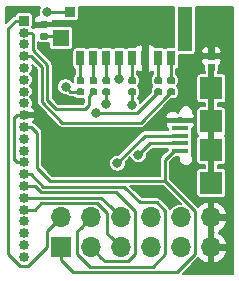
<source format=gbr>
G04 #@! TF.GenerationSoftware,KiCad,Pcbnew,5.1.2+dfsg1-1*
G04 #@! TF.CreationDate,2019-07-11T20:13:01+09:00*
G04 #@! TF.ProjectId,slice_sdusbios,736c6963-655f-4736-9475-7362696f732e,rev?*
G04 #@! TF.SameCoordinates,Original*
G04 #@! TF.FileFunction,Copper,L1,Top*
G04 #@! TF.FilePolarity,Positive*
%FSLAX46Y46*%
G04 Gerber Fmt 4.6, Leading zero omitted, Abs format (unit mm)*
G04 Created by KiCad (PCBNEW 5.1.2+dfsg1-1) date 2019-07-11 20:13:01*
%MOMM*%
%LPD*%
G04 APERTURE LIST*
%ADD10R,1.200000X3.790000*%
%ADD11R,1.450000X1.400000*%
%ADD12R,0.950000X0.850000*%
%ADD13R,1.000000X0.600000*%
%ADD14R,0.700000X1.250000*%
%ADD15R,0.850000X0.850000*%
%ADD16O,0.850000X0.850000*%
%ADD17O,1.700000X1.700000*%
%ADD18R,1.700000X1.700000*%
%ADD19R,1.400000X0.400000*%
%ADD20R,1.900000X1.900000*%
%ADD21C,0.150000*%
%ADD22C,0.590000*%
%ADD23C,0.800000*%
%ADD24C,0.250000*%
%ADD25C,0.500000*%
%ADD26C,0.127000*%
G04 APERTURE END LIST*
D10*
X158870000Y-85220000D03*
D11*
X148400000Y-85970000D03*
D12*
X149150000Y-83750000D03*
D13*
X148170000Y-84720000D03*
D14*
X157720000Y-87690000D03*
X156620000Y-87690000D03*
X155520000Y-87690000D03*
X154420000Y-87690000D03*
X153320000Y-87690000D03*
X152220000Y-87690000D03*
X151120000Y-87690000D03*
X150020000Y-87690000D03*
D15*
X145250000Y-84500000D03*
D16*
X145250000Y-85500000D03*
X145250000Y-86500000D03*
X145250000Y-87500000D03*
X145250000Y-88500000D03*
X145250000Y-89500000D03*
X145250000Y-90500000D03*
X145250000Y-91500000D03*
X145250000Y-92500000D03*
X145250000Y-93500000D03*
X145250000Y-94500000D03*
X145250000Y-95500000D03*
X145250000Y-96500000D03*
X145250000Y-97500000D03*
X145250000Y-98500000D03*
X145250000Y-99500000D03*
X145250000Y-100500000D03*
X145250000Y-101500000D03*
X145250000Y-102500000D03*
X145250000Y-103500000D03*
X145250000Y-104500000D03*
D17*
X161100000Y-101160000D03*
X161100000Y-103700000D03*
X158560000Y-101160000D03*
X158560000Y-103700000D03*
X156020000Y-101160000D03*
X156020000Y-103700000D03*
X153480000Y-101160000D03*
X153480000Y-103700000D03*
X150940000Y-101160000D03*
X150940000Y-103700000D03*
X148400000Y-101160000D03*
D18*
X148400000Y-103700000D03*
D19*
X158470000Y-95530000D03*
X158470000Y-94880000D03*
X158470000Y-94230000D03*
X158470000Y-93580000D03*
X158470000Y-92930000D03*
D20*
X161120000Y-98230000D03*
X161120000Y-95430000D03*
X161120000Y-93030000D03*
X161120000Y-90230000D03*
D21*
G36*
X147126958Y-85520710D02*
G01*
X147141276Y-85522834D01*
X147155317Y-85526351D01*
X147168946Y-85531228D01*
X147182031Y-85537417D01*
X147194447Y-85544858D01*
X147206073Y-85553481D01*
X147216798Y-85563202D01*
X147226519Y-85573927D01*
X147235142Y-85585553D01*
X147242583Y-85597969D01*
X147248772Y-85611054D01*
X147253649Y-85624683D01*
X147257166Y-85638724D01*
X147259290Y-85653042D01*
X147260000Y-85667500D01*
X147260000Y-85962500D01*
X147259290Y-85976958D01*
X147257166Y-85991276D01*
X147253649Y-86005317D01*
X147248772Y-86018946D01*
X147242583Y-86032031D01*
X147235142Y-86044447D01*
X147226519Y-86056073D01*
X147216798Y-86066798D01*
X147206073Y-86076519D01*
X147194447Y-86085142D01*
X147182031Y-86092583D01*
X147168946Y-86098772D01*
X147155317Y-86103649D01*
X147141276Y-86107166D01*
X147126958Y-86109290D01*
X147112500Y-86110000D01*
X146767500Y-86110000D01*
X146753042Y-86109290D01*
X146738724Y-86107166D01*
X146724683Y-86103649D01*
X146711054Y-86098772D01*
X146697969Y-86092583D01*
X146685553Y-86085142D01*
X146673927Y-86076519D01*
X146663202Y-86066798D01*
X146653481Y-86056073D01*
X146644858Y-86044447D01*
X146637417Y-86032031D01*
X146631228Y-86018946D01*
X146626351Y-86005317D01*
X146622834Y-85991276D01*
X146620710Y-85976958D01*
X146620000Y-85962500D01*
X146620000Y-85667500D01*
X146620710Y-85653042D01*
X146622834Y-85638724D01*
X146626351Y-85624683D01*
X146631228Y-85611054D01*
X146637417Y-85597969D01*
X146644858Y-85585553D01*
X146653481Y-85573927D01*
X146663202Y-85563202D01*
X146673927Y-85553481D01*
X146685553Y-85544858D01*
X146697969Y-85537417D01*
X146711054Y-85531228D01*
X146724683Y-85526351D01*
X146738724Y-85522834D01*
X146753042Y-85520710D01*
X146767500Y-85520000D01*
X147112500Y-85520000D01*
X147126958Y-85520710D01*
X147126958Y-85520710D01*
G37*
D22*
X146940000Y-85815000D03*
D21*
G36*
X147126958Y-84550710D02*
G01*
X147141276Y-84552834D01*
X147155317Y-84556351D01*
X147168946Y-84561228D01*
X147182031Y-84567417D01*
X147194447Y-84574858D01*
X147206073Y-84583481D01*
X147216798Y-84593202D01*
X147226519Y-84603927D01*
X147235142Y-84615553D01*
X147242583Y-84627969D01*
X147248772Y-84641054D01*
X147253649Y-84654683D01*
X147257166Y-84668724D01*
X147259290Y-84683042D01*
X147260000Y-84697500D01*
X147260000Y-84992500D01*
X147259290Y-85006958D01*
X147257166Y-85021276D01*
X147253649Y-85035317D01*
X147248772Y-85048946D01*
X147242583Y-85062031D01*
X147235142Y-85074447D01*
X147226519Y-85086073D01*
X147216798Y-85096798D01*
X147206073Y-85106519D01*
X147194447Y-85115142D01*
X147182031Y-85122583D01*
X147168946Y-85128772D01*
X147155317Y-85133649D01*
X147141276Y-85137166D01*
X147126958Y-85139290D01*
X147112500Y-85140000D01*
X146767500Y-85140000D01*
X146753042Y-85139290D01*
X146738724Y-85137166D01*
X146724683Y-85133649D01*
X146711054Y-85128772D01*
X146697969Y-85122583D01*
X146685553Y-85115142D01*
X146673927Y-85106519D01*
X146663202Y-85096798D01*
X146653481Y-85086073D01*
X146644858Y-85074447D01*
X146637417Y-85062031D01*
X146631228Y-85048946D01*
X146626351Y-85035317D01*
X146622834Y-85021276D01*
X146620710Y-85006958D01*
X146620000Y-84992500D01*
X146620000Y-84697500D01*
X146620710Y-84683042D01*
X146622834Y-84668724D01*
X146626351Y-84654683D01*
X146631228Y-84641054D01*
X146637417Y-84627969D01*
X146644858Y-84615553D01*
X146653481Y-84603927D01*
X146663202Y-84593202D01*
X146673927Y-84583481D01*
X146685553Y-84574858D01*
X146697969Y-84567417D01*
X146711054Y-84561228D01*
X146724683Y-84556351D01*
X146738724Y-84552834D01*
X146753042Y-84550710D01*
X146767500Y-84550000D01*
X147112500Y-84550000D01*
X147126958Y-84550710D01*
X147126958Y-84550710D01*
G37*
D22*
X146940000Y-84845000D03*
D21*
G36*
X157906958Y-90240710D02*
G01*
X157921276Y-90242834D01*
X157935317Y-90246351D01*
X157948946Y-90251228D01*
X157962031Y-90257417D01*
X157974447Y-90264858D01*
X157986073Y-90273481D01*
X157996798Y-90283202D01*
X158006519Y-90293927D01*
X158015142Y-90305553D01*
X158022583Y-90317969D01*
X158028772Y-90331054D01*
X158033649Y-90344683D01*
X158037166Y-90358724D01*
X158039290Y-90373042D01*
X158040000Y-90387500D01*
X158040000Y-90682500D01*
X158039290Y-90696958D01*
X158037166Y-90711276D01*
X158033649Y-90725317D01*
X158028772Y-90738946D01*
X158022583Y-90752031D01*
X158015142Y-90764447D01*
X158006519Y-90776073D01*
X157996798Y-90786798D01*
X157986073Y-90796519D01*
X157974447Y-90805142D01*
X157962031Y-90812583D01*
X157948946Y-90818772D01*
X157935317Y-90823649D01*
X157921276Y-90827166D01*
X157906958Y-90829290D01*
X157892500Y-90830000D01*
X157547500Y-90830000D01*
X157533042Y-90829290D01*
X157518724Y-90827166D01*
X157504683Y-90823649D01*
X157491054Y-90818772D01*
X157477969Y-90812583D01*
X157465553Y-90805142D01*
X157453927Y-90796519D01*
X157443202Y-90786798D01*
X157433481Y-90776073D01*
X157424858Y-90764447D01*
X157417417Y-90752031D01*
X157411228Y-90738946D01*
X157406351Y-90725317D01*
X157402834Y-90711276D01*
X157400710Y-90696958D01*
X157400000Y-90682500D01*
X157400000Y-90387500D01*
X157400710Y-90373042D01*
X157402834Y-90358724D01*
X157406351Y-90344683D01*
X157411228Y-90331054D01*
X157417417Y-90317969D01*
X157424858Y-90305553D01*
X157433481Y-90293927D01*
X157443202Y-90283202D01*
X157453927Y-90273481D01*
X157465553Y-90264858D01*
X157477969Y-90257417D01*
X157491054Y-90251228D01*
X157504683Y-90246351D01*
X157518724Y-90242834D01*
X157533042Y-90240710D01*
X157547500Y-90240000D01*
X157892500Y-90240000D01*
X157906958Y-90240710D01*
X157906958Y-90240710D01*
G37*
D22*
X157720000Y-90535000D03*
D21*
G36*
X157906958Y-89270710D02*
G01*
X157921276Y-89272834D01*
X157935317Y-89276351D01*
X157948946Y-89281228D01*
X157962031Y-89287417D01*
X157974447Y-89294858D01*
X157986073Y-89303481D01*
X157996798Y-89313202D01*
X158006519Y-89323927D01*
X158015142Y-89335553D01*
X158022583Y-89347969D01*
X158028772Y-89361054D01*
X158033649Y-89374683D01*
X158037166Y-89388724D01*
X158039290Y-89403042D01*
X158040000Y-89417500D01*
X158040000Y-89712500D01*
X158039290Y-89726958D01*
X158037166Y-89741276D01*
X158033649Y-89755317D01*
X158028772Y-89768946D01*
X158022583Y-89782031D01*
X158015142Y-89794447D01*
X158006519Y-89806073D01*
X157996798Y-89816798D01*
X157986073Y-89826519D01*
X157974447Y-89835142D01*
X157962031Y-89842583D01*
X157948946Y-89848772D01*
X157935317Y-89853649D01*
X157921276Y-89857166D01*
X157906958Y-89859290D01*
X157892500Y-89860000D01*
X157547500Y-89860000D01*
X157533042Y-89859290D01*
X157518724Y-89857166D01*
X157504683Y-89853649D01*
X157491054Y-89848772D01*
X157477969Y-89842583D01*
X157465553Y-89835142D01*
X157453927Y-89826519D01*
X157443202Y-89816798D01*
X157433481Y-89806073D01*
X157424858Y-89794447D01*
X157417417Y-89782031D01*
X157411228Y-89768946D01*
X157406351Y-89755317D01*
X157402834Y-89741276D01*
X157400710Y-89726958D01*
X157400000Y-89712500D01*
X157400000Y-89417500D01*
X157400710Y-89403042D01*
X157402834Y-89388724D01*
X157406351Y-89374683D01*
X157411228Y-89361054D01*
X157417417Y-89347969D01*
X157424858Y-89335553D01*
X157433481Y-89323927D01*
X157443202Y-89313202D01*
X157453927Y-89303481D01*
X157465553Y-89294858D01*
X157477969Y-89287417D01*
X157491054Y-89281228D01*
X157504683Y-89276351D01*
X157518724Y-89272834D01*
X157533042Y-89270710D01*
X157547500Y-89270000D01*
X157892500Y-89270000D01*
X157906958Y-89270710D01*
X157906958Y-89270710D01*
G37*
D22*
X157720000Y-89565000D03*
D21*
G36*
X156806958Y-90240710D02*
G01*
X156821276Y-90242834D01*
X156835317Y-90246351D01*
X156848946Y-90251228D01*
X156862031Y-90257417D01*
X156874447Y-90264858D01*
X156886073Y-90273481D01*
X156896798Y-90283202D01*
X156906519Y-90293927D01*
X156915142Y-90305553D01*
X156922583Y-90317969D01*
X156928772Y-90331054D01*
X156933649Y-90344683D01*
X156937166Y-90358724D01*
X156939290Y-90373042D01*
X156940000Y-90387500D01*
X156940000Y-90682500D01*
X156939290Y-90696958D01*
X156937166Y-90711276D01*
X156933649Y-90725317D01*
X156928772Y-90738946D01*
X156922583Y-90752031D01*
X156915142Y-90764447D01*
X156906519Y-90776073D01*
X156896798Y-90786798D01*
X156886073Y-90796519D01*
X156874447Y-90805142D01*
X156862031Y-90812583D01*
X156848946Y-90818772D01*
X156835317Y-90823649D01*
X156821276Y-90827166D01*
X156806958Y-90829290D01*
X156792500Y-90830000D01*
X156447500Y-90830000D01*
X156433042Y-90829290D01*
X156418724Y-90827166D01*
X156404683Y-90823649D01*
X156391054Y-90818772D01*
X156377969Y-90812583D01*
X156365553Y-90805142D01*
X156353927Y-90796519D01*
X156343202Y-90786798D01*
X156333481Y-90776073D01*
X156324858Y-90764447D01*
X156317417Y-90752031D01*
X156311228Y-90738946D01*
X156306351Y-90725317D01*
X156302834Y-90711276D01*
X156300710Y-90696958D01*
X156300000Y-90682500D01*
X156300000Y-90387500D01*
X156300710Y-90373042D01*
X156302834Y-90358724D01*
X156306351Y-90344683D01*
X156311228Y-90331054D01*
X156317417Y-90317969D01*
X156324858Y-90305553D01*
X156333481Y-90293927D01*
X156343202Y-90283202D01*
X156353927Y-90273481D01*
X156365553Y-90264858D01*
X156377969Y-90257417D01*
X156391054Y-90251228D01*
X156404683Y-90246351D01*
X156418724Y-90242834D01*
X156433042Y-90240710D01*
X156447500Y-90240000D01*
X156792500Y-90240000D01*
X156806958Y-90240710D01*
X156806958Y-90240710D01*
G37*
D22*
X156620000Y-90535000D03*
D21*
G36*
X156806958Y-89270710D02*
G01*
X156821276Y-89272834D01*
X156835317Y-89276351D01*
X156848946Y-89281228D01*
X156862031Y-89287417D01*
X156874447Y-89294858D01*
X156886073Y-89303481D01*
X156896798Y-89313202D01*
X156906519Y-89323927D01*
X156915142Y-89335553D01*
X156922583Y-89347969D01*
X156928772Y-89361054D01*
X156933649Y-89374683D01*
X156937166Y-89388724D01*
X156939290Y-89403042D01*
X156940000Y-89417500D01*
X156940000Y-89712500D01*
X156939290Y-89726958D01*
X156937166Y-89741276D01*
X156933649Y-89755317D01*
X156928772Y-89768946D01*
X156922583Y-89782031D01*
X156915142Y-89794447D01*
X156906519Y-89806073D01*
X156896798Y-89816798D01*
X156886073Y-89826519D01*
X156874447Y-89835142D01*
X156862031Y-89842583D01*
X156848946Y-89848772D01*
X156835317Y-89853649D01*
X156821276Y-89857166D01*
X156806958Y-89859290D01*
X156792500Y-89860000D01*
X156447500Y-89860000D01*
X156433042Y-89859290D01*
X156418724Y-89857166D01*
X156404683Y-89853649D01*
X156391054Y-89848772D01*
X156377969Y-89842583D01*
X156365553Y-89835142D01*
X156353927Y-89826519D01*
X156343202Y-89816798D01*
X156333481Y-89806073D01*
X156324858Y-89794447D01*
X156317417Y-89782031D01*
X156311228Y-89768946D01*
X156306351Y-89755317D01*
X156302834Y-89741276D01*
X156300710Y-89726958D01*
X156300000Y-89712500D01*
X156300000Y-89417500D01*
X156300710Y-89403042D01*
X156302834Y-89388724D01*
X156306351Y-89374683D01*
X156311228Y-89361054D01*
X156317417Y-89347969D01*
X156324858Y-89335553D01*
X156333481Y-89323927D01*
X156343202Y-89313202D01*
X156353927Y-89303481D01*
X156365553Y-89294858D01*
X156377969Y-89287417D01*
X156391054Y-89281228D01*
X156404683Y-89276351D01*
X156418724Y-89272834D01*
X156433042Y-89270710D01*
X156447500Y-89270000D01*
X156792500Y-89270000D01*
X156806958Y-89270710D01*
X156806958Y-89270710D01*
G37*
D22*
X156620000Y-89565000D03*
D21*
G36*
X154606958Y-90240710D02*
G01*
X154621276Y-90242834D01*
X154635317Y-90246351D01*
X154648946Y-90251228D01*
X154662031Y-90257417D01*
X154674447Y-90264858D01*
X154686073Y-90273481D01*
X154696798Y-90283202D01*
X154706519Y-90293927D01*
X154715142Y-90305553D01*
X154722583Y-90317969D01*
X154728772Y-90331054D01*
X154733649Y-90344683D01*
X154737166Y-90358724D01*
X154739290Y-90373042D01*
X154740000Y-90387500D01*
X154740000Y-90682500D01*
X154739290Y-90696958D01*
X154737166Y-90711276D01*
X154733649Y-90725317D01*
X154728772Y-90738946D01*
X154722583Y-90752031D01*
X154715142Y-90764447D01*
X154706519Y-90776073D01*
X154696798Y-90786798D01*
X154686073Y-90796519D01*
X154674447Y-90805142D01*
X154662031Y-90812583D01*
X154648946Y-90818772D01*
X154635317Y-90823649D01*
X154621276Y-90827166D01*
X154606958Y-90829290D01*
X154592500Y-90830000D01*
X154247500Y-90830000D01*
X154233042Y-90829290D01*
X154218724Y-90827166D01*
X154204683Y-90823649D01*
X154191054Y-90818772D01*
X154177969Y-90812583D01*
X154165553Y-90805142D01*
X154153927Y-90796519D01*
X154143202Y-90786798D01*
X154133481Y-90776073D01*
X154124858Y-90764447D01*
X154117417Y-90752031D01*
X154111228Y-90738946D01*
X154106351Y-90725317D01*
X154102834Y-90711276D01*
X154100710Y-90696958D01*
X154100000Y-90682500D01*
X154100000Y-90387500D01*
X154100710Y-90373042D01*
X154102834Y-90358724D01*
X154106351Y-90344683D01*
X154111228Y-90331054D01*
X154117417Y-90317969D01*
X154124858Y-90305553D01*
X154133481Y-90293927D01*
X154143202Y-90283202D01*
X154153927Y-90273481D01*
X154165553Y-90264858D01*
X154177969Y-90257417D01*
X154191054Y-90251228D01*
X154204683Y-90246351D01*
X154218724Y-90242834D01*
X154233042Y-90240710D01*
X154247500Y-90240000D01*
X154592500Y-90240000D01*
X154606958Y-90240710D01*
X154606958Y-90240710D01*
G37*
D22*
X154420000Y-90535000D03*
D21*
G36*
X154606958Y-89270710D02*
G01*
X154621276Y-89272834D01*
X154635317Y-89276351D01*
X154648946Y-89281228D01*
X154662031Y-89287417D01*
X154674447Y-89294858D01*
X154686073Y-89303481D01*
X154696798Y-89313202D01*
X154706519Y-89323927D01*
X154715142Y-89335553D01*
X154722583Y-89347969D01*
X154728772Y-89361054D01*
X154733649Y-89374683D01*
X154737166Y-89388724D01*
X154739290Y-89403042D01*
X154740000Y-89417500D01*
X154740000Y-89712500D01*
X154739290Y-89726958D01*
X154737166Y-89741276D01*
X154733649Y-89755317D01*
X154728772Y-89768946D01*
X154722583Y-89782031D01*
X154715142Y-89794447D01*
X154706519Y-89806073D01*
X154696798Y-89816798D01*
X154686073Y-89826519D01*
X154674447Y-89835142D01*
X154662031Y-89842583D01*
X154648946Y-89848772D01*
X154635317Y-89853649D01*
X154621276Y-89857166D01*
X154606958Y-89859290D01*
X154592500Y-89860000D01*
X154247500Y-89860000D01*
X154233042Y-89859290D01*
X154218724Y-89857166D01*
X154204683Y-89853649D01*
X154191054Y-89848772D01*
X154177969Y-89842583D01*
X154165553Y-89835142D01*
X154153927Y-89826519D01*
X154143202Y-89816798D01*
X154133481Y-89806073D01*
X154124858Y-89794447D01*
X154117417Y-89782031D01*
X154111228Y-89768946D01*
X154106351Y-89755317D01*
X154102834Y-89741276D01*
X154100710Y-89726958D01*
X154100000Y-89712500D01*
X154100000Y-89417500D01*
X154100710Y-89403042D01*
X154102834Y-89388724D01*
X154106351Y-89374683D01*
X154111228Y-89361054D01*
X154117417Y-89347969D01*
X154124858Y-89335553D01*
X154133481Y-89323927D01*
X154143202Y-89313202D01*
X154153927Y-89303481D01*
X154165553Y-89294858D01*
X154177969Y-89287417D01*
X154191054Y-89281228D01*
X154204683Y-89276351D01*
X154218724Y-89272834D01*
X154233042Y-89270710D01*
X154247500Y-89270000D01*
X154592500Y-89270000D01*
X154606958Y-89270710D01*
X154606958Y-89270710D01*
G37*
D22*
X154420000Y-89565000D03*
D21*
G36*
X152406958Y-90240710D02*
G01*
X152421276Y-90242834D01*
X152435317Y-90246351D01*
X152448946Y-90251228D01*
X152462031Y-90257417D01*
X152474447Y-90264858D01*
X152486073Y-90273481D01*
X152496798Y-90283202D01*
X152506519Y-90293927D01*
X152515142Y-90305553D01*
X152522583Y-90317969D01*
X152528772Y-90331054D01*
X152533649Y-90344683D01*
X152537166Y-90358724D01*
X152539290Y-90373042D01*
X152540000Y-90387500D01*
X152540000Y-90682500D01*
X152539290Y-90696958D01*
X152537166Y-90711276D01*
X152533649Y-90725317D01*
X152528772Y-90738946D01*
X152522583Y-90752031D01*
X152515142Y-90764447D01*
X152506519Y-90776073D01*
X152496798Y-90786798D01*
X152486073Y-90796519D01*
X152474447Y-90805142D01*
X152462031Y-90812583D01*
X152448946Y-90818772D01*
X152435317Y-90823649D01*
X152421276Y-90827166D01*
X152406958Y-90829290D01*
X152392500Y-90830000D01*
X152047500Y-90830000D01*
X152033042Y-90829290D01*
X152018724Y-90827166D01*
X152004683Y-90823649D01*
X151991054Y-90818772D01*
X151977969Y-90812583D01*
X151965553Y-90805142D01*
X151953927Y-90796519D01*
X151943202Y-90786798D01*
X151933481Y-90776073D01*
X151924858Y-90764447D01*
X151917417Y-90752031D01*
X151911228Y-90738946D01*
X151906351Y-90725317D01*
X151902834Y-90711276D01*
X151900710Y-90696958D01*
X151900000Y-90682500D01*
X151900000Y-90387500D01*
X151900710Y-90373042D01*
X151902834Y-90358724D01*
X151906351Y-90344683D01*
X151911228Y-90331054D01*
X151917417Y-90317969D01*
X151924858Y-90305553D01*
X151933481Y-90293927D01*
X151943202Y-90283202D01*
X151953927Y-90273481D01*
X151965553Y-90264858D01*
X151977969Y-90257417D01*
X151991054Y-90251228D01*
X152004683Y-90246351D01*
X152018724Y-90242834D01*
X152033042Y-90240710D01*
X152047500Y-90240000D01*
X152392500Y-90240000D01*
X152406958Y-90240710D01*
X152406958Y-90240710D01*
G37*
D22*
X152220000Y-90535000D03*
D21*
G36*
X152406958Y-89270710D02*
G01*
X152421276Y-89272834D01*
X152435317Y-89276351D01*
X152448946Y-89281228D01*
X152462031Y-89287417D01*
X152474447Y-89294858D01*
X152486073Y-89303481D01*
X152496798Y-89313202D01*
X152506519Y-89323927D01*
X152515142Y-89335553D01*
X152522583Y-89347969D01*
X152528772Y-89361054D01*
X152533649Y-89374683D01*
X152537166Y-89388724D01*
X152539290Y-89403042D01*
X152540000Y-89417500D01*
X152540000Y-89712500D01*
X152539290Y-89726958D01*
X152537166Y-89741276D01*
X152533649Y-89755317D01*
X152528772Y-89768946D01*
X152522583Y-89782031D01*
X152515142Y-89794447D01*
X152506519Y-89806073D01*
X152496798Y-89816798D01*
X152486073Y-89826519D01*
X152474447Y-89835142D01*
X152462031Y-89842583D01*
X152448946Y-89848772D01*
X152435317Y-89853649D01*
X152421276Y-89857166D01*
X152406958Y-89859290D01*
X152392500Y-89860000D01*
X152047500Y-89860000D01*
X152033042Y-89859290D01*
X152018724Y-89857166D01*
X152004683Y-89853649D01*
X151991054Y-89848772D01*
X151977969Y-89842583D01*
X151965553Y-89835142D01*
X151953927Y-89826519D01*
X151943202Y-89816798D01*
X151933481Y-89806073D01*
X151924858Y-89794447D01*
X151917417Y-89782031D01*
X151911228Y-89768946D01*
X151906351Y-89755317D01*
X151902834Y-89741276D01*
X151900710Y-89726958D01*
X151900000Y-89712500D01*
X151900000Y-89417500D01*
X151900710Y-89403042D01*
X151902834Y-89388724D01*
X151906351Y-89374683D01*
X151911228Y-89361054D01*
X151917417Y-89347969D01*
X151924858Y-89335553D01*
X151933481Y-89323927D01*
X151943202Y-89313202D01*
X151953927Y-89303481D01*
X151965553Y-89294858D01*
X151977969Y-89287417D01*
X151991054Y-89281228D01*
X152004683Y-89276351D01*
X152018724Y-89272834D01*
X152033042Y-89270710D01*
X152047500Y-89270000D01*
X152392500Y-89270000D01*
X152406958Y-89270710D01*
X152406958Y-89270710D01*
G37*
D22*
X152220000Y-89565000D03*
D21*
G36*
X151306958Y-90240710D02*
G01*
X151321276Y-90242834D01*
X151335317Y-90246351D01*
X151348946Y-90251228D01*
X151362031Y-90257417D01*
X151374447Y-90264858D01*
X151386073Y-90273481D01*
X151396798Y-90283202D01*
X151406519Y-90293927D01*
X151415142Y-90305553D01*
X151422583Y-90317969D01*
X151428772Y-90331054D01*
X151433649Y-90344683D01*
X151437166Y-90358724D01*
X151439290Y-90373042D01*
X151440000Y-90387500D01*
X151440000Y-90682500D01*
X151439290Y-90696958D01*
X151437166Y-90711276D01*
X151433649Y-90725317D01*
X151428772Y-90738946D01*
X151422583Y-90752031D01*
X151415142Y-90764447D01*
X151406519Y-90776073D01*
X151396798Y-90786798D01*
X151386073Y-90796519D01*
X151374447Y-90805142D01*
X151362031Y-90812583D01*
X151348946Y-90818772D01*
X151335317Y-90823649D01*
X151321276Y-90827166D01*
X151306958Y-90829290D01*
X151292500Y-90830000D01*
X150947500Y-90830000D01*
X150933042Y-90829290D01*
X150918724Y-90827166D01*
X150904683Y-90823649D01*
X150891054Y-90818772D01*
X150877969Y-90812583D01*
X150865553Y-90805142D01*
X150853927Y-90796519D01*
X150843202Y-90786798D01*
X150833481Y-90776073D01*
X150824858Y-90764447D01*
X150817417Y-90752031D01*
X150811228Y-90738946D01*
X150806351Y-90725317D01*
X150802834Y-90711276D01*
X150800710Y-90696958D01*
X150800000Y-90682500D01*
X150800000Y-90387500D01*
X150800710Y-90373042D01*
X150802834Y-90358724D01*
X150806351Y-90344683D01*
X150811228Y-90331054D01*
X150817417Y-90317969D01*
X150824858Y-90305553D01*
X150833481Y-90293927D01*
X150843202Y-90283202D01*
X150853927Y-90273481D01*
X150865553Y-90264858D01*
X150877969Y-90257417D01*
X150891054Y-90251228D01*
X150904683Y-90246351D01*
X150918724Y-90242834D01*
X150933042Y-90240710D01*
X150947500Y-90240000D01*
X151292500Y-90240000D01*
X151306958Y-90240710D01*
X151306958Y-90240710D01*
G37*
D22*
X151120000Y-90535000D03*
D21*
G36*
X151306958Y-89270710D02*
G01*
X151321276Y-89272834D01*
X151335317Y-89276351D01*
X151348946Y-89281228D01*
X151362031Y-89287417D01*
X151374447Y-89294858D01*
X151386073Y-89303481D01*
X151396798Y-89313202D01*
X151406519Y-89323927D01*
X151415142Y-89335553D01*
X151422583Y-89347969D01*
X151428772Y-89361054D01*
X151433649Y-89374683D01*
X151437166Y-89388724D01*
X151439290Y-89403042D01*
X151440000Y-89417500D01*
X151440000Y-89712500D01*
X151439290Y-89726958D01*
X151437166Y-89741276D01*
X151433649Y-89755317D01*
X151428772Y-89768946D01*
X151422583Y-89782031D01*
X151415142Y-89794447D01*
X151406519Y-89806073D01*
X151396798Y-89816798D01*
X151386073Y-89826519D01*
X151374447Y-89835142D01*
X151362031Y-89842583D01*
X151348946Y-89848772D01*
X151335317Y-89853649D01*
X151321276Y-89857166D01*
X151306958Y-89859290D01*
X151292500Y-89860000D01*
X150947500Y-89860000D01*
X150933042Y-89859290D01*
X150918724Y-89857166D01*
X150904683Y-89853649D01*
X150891054Y-89848772D01*
X150877969Y-89842583D01*
X150865553Y-89835142D01*
X150853927Y-89826519D01*
X150843202Y-89816798D01*
X150833481Y-89806073D01*
X150824858Y-89794447D01*
X150817417Y-89782031D01*
X150811228Y-89768946D01*
X150806351Y-89755317D01*
X150802834Y-89741276D01*
X150800710Y-89726958D01*
X150800000Y-89712500D01*
X150800000Y-89417500D01*
X150800710Y-89403042D01*
X150802834Y-89388724D01*
X150806351Y-89374683D01*
X150811228Y-89361054D01*
X150817417Y-89347969D01*
X150824858Y-89335553D01*
X150833481Y-89323927D01*
X150843202Y-89313202D01*
X150853927Y-89303481D01*
X150865553Y-89294858D01*
X150877969Y-89287417D01*
X150891054Y-89281228D01*
X150904683Y-89276351D01*
X150918724Y-89272834D01*
X150933042Y-89270710D01*
X150947500Y-89270000D01*
X151292500Y-89270000D01*
X151306958Y-89270710D01*
X151306958Y-89270710D01*
G37*
D22*
X151120000Y-89565000D03*
D21*
G36*
X150206958Y-90240710D02*
G01*
X150221276Y-90242834D01*
X150235317Y-90246351D01*
X150248946Y-90251228D01*
X150262031Y-90257417D01*
X150274447Y-90264858D01*
X150286073Y-90273481D01*
X150296798Y-90283202D01*
X150306519Y-90293927D01*
X150315142Y-90305553D01*
X150322583Y-90317969D01*
X150328772Y-90331054D01*
X150333649Y-90344683D01*
X150337166Y-90358724D01*
X150339290Y-90373042D01*
X150340000Y-90387500D01*
X150340000Y-90682500D01*
X150339290Y-90696958D01*
X150337166Y-90711276D01*
X150333649Y-90725317D01*
X150328772Y-90738946D01*
X150322583Y-90752031D01*
X150315142Y-90764447D01*
X150306519Y-90776073D01*
X150296798Y-90786798D01*
X150286073Y-90796519D01*
X150274447Y-90805142D01*
X150262031Y-90812583D01*
X150248946Y-90818772D01*
X150235317Y-90823649D01*
X150221276Y-90827166D01*
X150206958Y-90829290D01*
X150192500Y-90830000D01*
X149847500Y-90830000D01*
X149833042Y-90829290D01*
X149818724Y-90827166D01*
X149804683Y-90823649D01*
X149791054Y-90818772D01*
X149777969Y-90812583D01*
X149765553Y-90805142D01*
X149753927Y-90796519D01*
X149743202Y-90786798D01*
X149733481Y-90776073D01*
X149724858Y-90764447D01*
X149717417Y-90752031D01*
X149711228Y-90738946D01*
X149706351Y-90725317D01*
X149702834Y-90711276D01*
X149700710Y-90696958D01*
X149700000Y-90682500D01*
X149700000Y-90387500D01*
X149700710Y-90373042D01*
X149702834Y-90358724D01*
X149706351Y-90344683D01*
X149711228Y-90331054D01*
X149717417Y-90317969D01*
X149724858Y-90305553D01*
X149733481Y-90293927D01*
X149743202Y-90283202D01*
X149753927Y-90273481D01*
X149765553Y-90264858D01*
X149777969Y-90257417D01*
X149791054Y-90251228D01*
X149804683Y-90246351D01*
X149818724Y-90242834D01*
X149833042Y-90240710D01*
X149847500Y-90240000D01*
X150192500Y-90240000D01*
X150206958Y-90240710D01*
X150206958Y-90240710D01*
G37*
D22*
X150020000Y-90535000D03*
D21*
G36*
X150206958Y-89270710D02*
G01*
X150221276Y-89272834D01*
X150235317Y-89276351D01*
X150248946Y-89281228D01*
X150262031Y-89287417D01*
X150274447Y-89294858D01*
X150286073Y-89303481D01*
X150296798Y-89313202D01*
X150306519Y-89323927D01*
X150315142Y-89335553D01*
X150322583Y-89347969D01*
X150328772Y-89361054D01*
X150333649Y-89374683D01*
X150337166Y-89388724D01*
X150339290Y-89403042D01*
X150340000Y-89417500D01*
X150340000Y-89712500D01*
X150339290Y-89726958D01*
X150337166Y-89741276D01*
X150333649Y-89755317D01*
X150328772Y-89768946D01*
X150322583Y-89782031D01*
X150315142Y-89794447D01*
X150306519Y-89806073D01*
X150296798Y-89816798D01*
X150286073Y-89826519D01*
X150274447Y-89835142D01*
X150262031Y-89842583D01*
X150248946Y-89848772D01*
X150235317Y-89853649D01*
X150221276Y-89857166D01*
X150206958Y-89859290D01*
X150192500Y-89860000D01*
X149847500Y-89860000D01*
X149833042Y-89859290D01*
X149818724Y-89857166D01*
X149804683Y-89853649D01*
X149791054Y-89848772D01*
X149777969Y-89842583D01*
X149765553Y-89835142D01*
X149753927Y-89826519D01*
X149743202Y-89816798D01*
X149733481Y-89806073D01*
X149724858Y-89794447D01*
X149717417Y-89782031D01*
X149711228Y-89768946D01*
X149706351Y-89755317D01*
X149702834Y-89741276D01*
X149700710Y-89726958D01*
X149700000Y-89712500D01*
X149700000Y-89417500D01*
X149700710Y-89403042D01*
X149702834Y-89388724D01*
X149706351Y-89374683D01*
X149711228Y-89361054D01*
X149717417Y-89347969D01*
X149724858Y-89335553D01*
X149733481Y-89323927D01*
X149743202Y-89313202D01*
X149753927Y-89303481D01*
X149765553Y-89294858D01*
X149777969Y-89287417D01*
X149791054Y-89281228D01*
X149804683Y-89276351D01*
X149818724Y-89272834D01*
X149833042Y-89270710D01*
X149847500Y-89270000D01*
X150192500Y-89270000D01*
X150206958Y-89270710D01*
X150206958Y-89270710D01*
G37*
D22*
X150020000Y-89565000D03*
D21*
G36*
X161306958Y-87200710D02*
G01*
X161321276Y-87202834D01*
X161335317Y-87206351D01*
X161348946Y-87211228D01*
X161362031Y-87217417D01*
X161374447Y-87224858D01*
X161386073Y-87233481D01*
X161396798Y-87243202D01*
X161406519Y-87253927D01*
X161415142Y-87265553D01*
X161422583Y-87277969D01*
X161428772Y-87291054D01*
X161433649Y-87304683D01*
X161437166Y-87318724D01*
X161439290Y-87333042D01*
X161440000Y-87347500D01*
X161440000Y-87642500D01*
X161439290Y-87656958D01*
X161437166Y-87671276D01*
X161433649Y-87685317D01*
X161428772Y-87698946D01*
X161422583Y-87712031D01*
X161415142Y-87724447D01*
X161406519Y-87736073D01*
X161396798Y-87746798D01*
X161386073Y-87756519D01*
X161374447Y-87765142D01*
X161362031Y-87772583D01*
X161348946Y-87778772D01*
X161335317Y-87783649D01*
X161321276Y-87787166D01*
X161306958Y-87789290D01*
X161292500Y-87790000D01*
X160947500Y-87790000D01*
X160933042Y-87789290D01*
X160918724Y-87787166D01*
X160904683Y-87783649D01*
X160891054Y-87778772D01*
X160877969Y-87772583D01*
X160865553Y-87765142D01*
X160853927Y-87756519D01*
X160843202Y-87746798D01*
X160833481Y-87736073D01*
X160824858Y-87724447D01*
X160817417Y-87712031D01*
X160811228Y-87698946D01*
X160806351Y-87685317D01*
X160802834Y-87671276D01*
X160800710Y-87656958D01*
X160800000Y-87642500D01*
X160800000Y-87347500D01*
X160800710Y-87333042D01*
X160802834Y-87318724D01*
X160806351Y-87304683D01*
X160811228Y-87291054D01*
X160817417Y-87277969D01*
X160824858Y-87265553D01*
X160833481Y-87253927D01*
X160843202Y-87243202D01*
X160853927Y-87233481D01*
X160865553Y-87224858D01*
X160877969Y-87217417D01*
X160891054Y-87211228D01*
X160904683Y-87206351D01*
X160918724Y-87202834D01*
X160933042Y-87200710D01*
X160947500Y-87200000D01*
X161292500Y-87200000D01*
X161306958Y-87200710D01*
X161306958Y-87200710D01*
G37*
D22*
X161120000Y-87495000D03*
D21*
G36*
X161306958Y-88170710D02*
G01*
X161321276Y-88172834D01*
X161335317Y-88176351D01*
X161348946Y-88181228D01*
X161362031Y-88187417D01*
X161374447Y-88194858D01*
X161386073Y-88203481D01*
X161396798Y-88213202D01*
X161406519Y-88223927D01*
X161415142Y-88235553D01*
X161422583Y-88247969D01*
X161428772Y-88261054D01*
X161433649Y-88274683D01*
X161437166Y-88288724D01*
X161439290Y-88303042D01*
X161440000Y-88317500D01*
X161440000Y-88612500D01*
X161439290Y-88626958D01*
X161437166Y-88641276D01*
X161433649Y-88655317D01*
X161428772Y-88668946D01*
X161422583Y-88682031D01*
X161415142Y-88694447D01*
X161406519Y-88706073D01*
X161396798Y-88716798D01*
X161386073Y-88726519D01*
X161374447Y-88735142D01*
X161362031Y-88742583D01*
X161348946Y-88748772D01*
X161335317Y-88753649D01*
X161321276Y-88757166D01*
X161306958Y-88759290D01*
X161292500Y-88760000D01*
X160947500Y-88760000D01*
X160933042Y-88759290D01*
X160918724Y-88757166D01*
X160904683Y-88753649D01*
X160891054Y-88748772D01*
X160877969Y-88742583D01*
X160865553Y-88735142D01*
X160853927Y-88726519D01*
X160843202Y-88716798D01*
X160833481Y-88706073D01*
X160824858Y-88694447D01*
X160817417Y-88682031D01*
X160811228Y-88668946D01*
X160806351Y-88655317D01*
X160802834Y-88641276D01*
X160800710Y-88626958D01*
X160800000Y-88612500D01*
X160800000Y-88317500D01*
X160800710Y-88303042D01*
X160802834Y-88288724D01*
X160806351Y-88274683D01*
X160811228Y-88261054D01*
X160817417Y-88247969D01*
X160824858Y-88235553D01*
X160833481Y-88223927D01*
X160843202Y-88213202D01*
X160853927Y-88203481D01*
X160865553Y-88194858D01*
X160877969Y-88187417D01*
X160891054Y-88181228D01*
X160904683Y-88176351D01*
X160918724Y-88172834D01*
X160933042Y-88170710D01*
X160947500Y-88170000D01*
X161292500Y-88170000D01*
X161306958Y-88170710D01*
X161306958Y-88170710D01*
G37*
D22*
X161120000Y-88465000D03*
D23*
X162000000Y-84000000D03*
X157000000Y-85000000D03*
X155000000Y-85000000D03*
X151000000Y-86000000D03*
X162000000Y-86000000D03*
X152000000Y-95000000D03*
X156000000Y-97000000D03*
X150000000Y-95000000D03*
X148000000Y-97000000D03*
X156000000Y-99000000D03*
X153160000Y-96565000D03*
X154940000Y-95840000D03*
X147220000Y-83750000D03*
X154400000Y-91600000D03*
X152230000Y-91540000D03*
X151325032Y-92334968D03*
X148770000Y-90100000D03*
X153320000Y-89400000D03*
D24*
X152630001Y-102850001D02*
X153480000Y-103700000D01*
X146150000Y-100500000D02*
X146724967Y-99925033D01*
X145250000Y-100500000D02*
X146150000Y-100500000D01*
X152304999Y-102524999D02*
X152630001Y-102850001D01*
X146724967Y-99925033D02*
X151425033Y-99925033D01*
X151425033Y-99925033D02*
X152304999Y-100804999D01*
X152304999Y-100804999D02*
X152304999Y-102524999D01*
X152630001Y-100310001D02*
X153480000Y-101160000D01*
X151795023Y-99475023D02*
X152630001Y-100310001D01*
X145876017Y-99475023D02*
X151795023Y-99475023D01*
X145851040Y-99500000D02*
X145876017Y-99475023D01*
X145250000Y-99500000D02*
X145851040Y-99500000D01*
X152115000Y-104875000D02*
X151789999Y-104549999D01*
X154655001Y-100595999D02*
X154655001Y-104264001D01*
X145250000Y-98500000D02*
X146188590Y-98500000D01*
X146713600Y-99025011D02*
X153084013Y-99025011D01*
X154655001Y-104264001D02*
X154044002Y-104875000D01*
X146188590Y-98500000D02*
X146713600Y-99025011D01*
X154044002Y-104875000D02*
X152115000Y-104875000D01*
X153084013Y-99025011D02*
X154655001Y-100595999D01*
X151789999Y-104549999D02*
X150940000Y-103700000D01*
X150090001Y-102009999D02*
X150940000Y-101160000D01*
X149764999Y-102335001D02*
X150090001Y-102009999D01*
X149764999Y-104264001D02*
X149764999Y-102335001D01*
X150826009Y-105325011D02*
X149764999Y-104264001D01*
X156133991Y-105325011D02*
X150826009Y-105325011D01*
X145250000Y-97500000D02*
X145825000Y-97500000D01*
X157195001Y-104264001D02*
X156133991Y-105325011D01*
X157195001Y-100595999D02*
X157195001Y-104264001D01*
X145825000Y-97500000D02*
X146900000Y-98575000D01*
X146900000Y-98575000D02*
X153725000Y-98575000D01*
X153725000Y-98575000D02*
X155037999Y-99887999D01*
X155037999Y-99887999D02*
X156487001Y-99887999D01*
X156487001Y-99887999D02*
X157195001Y-100595999D01*
X144648960Y-96500000D02*
X145250000Y-96500000D01*
X144375000Y-96226040D02*
X144648960Y-96500000D01*
X144375000Y-92773960D02*
X144375000Y-96226040D01*
X145250000Y-92500000D02*
X144648960Y-92500000D01*
X144648960Y-92500000D02*
X144375000Y-92773960D01*
X153160000Y-96546998D02*
X153160000Y-96565000D01*
X158470000Y-94230000D02*
X155476998Y-94230000D01*
X155476998Y-94230000D02*
X153160000Y-96546998D01*
X155900000Y-94880000D02*
X158470000Y-94880000D01*
X154940000Y-95840000D02*
X155900000Y-94880000D01*
X145851040Y-93500000D02*
X146370000Y-94018960D01*
X146370000Y-94018960D02*
X146370000Y-96940000D01*
X145250000Y-93500000D02*
X145851040Y-93500000D01*
X146370000Y-96940000D02*
X147480000Y-98050000D01*
X147480000Y-98050000D02*
X155450000Y-98050000D01*
X148400000Y-104800000D02*
X148400000Y-103700000D01*
X155450000Y-98050000D02*
X157189002Y-98050000D01*
X157189002Y-98050000D02*
X159735001Y-100595999D01*
X159735001Y-100595999D02*
X159735001Y-104264001D01*
X149375021Y-105775021D02*
X148400000Y-104800000D01*
X158223981Y-105775021D02*
X149375021Y-105775021D01*
X159735001Y-104264001D02*
X158223981Y-105775021D01*
X157189002Y-96310998D02*
X157189002Y-98050000D01*
X157970000Y-95530000D02*
X157189002Y-96310998D01*
X158470000Y-95530000D02*
X157970000Y-95530000D01*
X147220000Y-83750000D02*
X149150000Y-83750000D01*
X154420000Y-90535000D02*
X154420000Y-91580000D01*
X154420000Y-91580000D02*
X154400000Y-91600000D01*
X145250000Y-89500000D02*
X145360002Y-89500000D01*
X152220000Y-91530000D02*
X152230000Y-91540000D01*
X152220000Y-90535000D02*
X152220000Y-91530000D01*
X151890717Y-92334968D02*
X151325032Y-92334968D01*
X154820032Y-92334968D02*
X151890717Y-92334968D01*
X156620000Y-90535000D02*
X154820032Y-92334968D01*
X148488591Y-93125002D02*
X155129998Y-93125002D01*
X155129998Y-93125002D02*
X157385832Y-90869168D01*
X157385832Y-90869168D02*
X157720000Y-90535000D01*
X146780507Y-88429467D02*
X146780507Y-91416918D01*
X146780507Y-91416918D02*
X148488591Y-93125002D01*
X145250000Y-87500000D02*
X145851040Y-87500000D01*
X145851040Y-87500000D02*
X146780507Y-88429467D01*
X149169999Y-90499999D02*
X148770000Y-90100000D01*
X149205000Y-90535000D02*
X149169999Y-90499999D01*
X150020000Y-90535000D02*
X149205000Y-90535000D01*
X147957422Y-91957422D02*
X150432578Y-91957422D01*
X147230518Y-88243068D02*
X147230518Y-91230518D01*
X145250000Y-85500000D02*
X145851040Y-85500000D01*
X146000001Y-85648961D02*
X146000001Y-87012551D01*
X145851040Y-85500000D02*
X146000001Y-85648961D01*
X146000001Y-87012551D02*
X147230518Y-88243068D01*
X147230518Y-91230518D02*
X147957422Y-91957422D01*
X150785832Y-91604168D02*
X150432578Y-91957422D01*
X150785832Y-90869168D02*
X150785832Y-91604168D01*
X151120000Y-90535000D02*
X150785832Y-90869168D01*
X147224999Y-103635003D02*
X145610001Y-105250001D01*
X147224999Y-102335001D02*
X147224999Y-103635003D01*
X148400000Y-101160000D02*
X147224999Y-102335001D01*
X144575000Y-84500000D02*
X145250000Y-84500000D01*
X143924990Y-85150010D02*
X144575000Y-84500000D01*
X143924990Y-104284992D02*
X143924990Y-85150010D01*
X144889999Y-105250001D02*
X143924990Y-104284992D01*
X145610001Y-105250001D02*
X144889999Y-105250001D01*
X153320000Y-87690000D02*
X153320000Y-89400000D01*
X148245000Y-85815000D02*
X148400000Y-85970000D01*
X146940000Y-85815000D02*
X148245000Y-85815000D01*
X150020000Y-89565000D02*
X150020000Y-87690000D01*
X151120000Y-89565000D02*
X151120000Y-87690000D01*
X152220000Y-89565000D02*
X152220000Y-87690000D01*
X154420000Y-89565000D02*
X154420000Y-87690000D01*
X156620000Y-87690000D02*
X156620000Y-89565000D01*
X157720000Y-87690000D02*
X157720000Y-89565000D01*
D25*
X161120000Y-88465000D02*
X161120000Y-90230000D01*
X161120000Y-90230000D02*
X161120000Y-93030000D01*
X161120000Y-93030000D02*
X161120000Y-95430000D01*
X161120000Y-95430000D02*
X161120000Y-98230000D01*
D26*
G36*
X162907501Y-105907500D02*
G01*
X158717291Y-105907500D01*
X160012338Y-104612454D01*
X160194882Y-104796106D01*
X160426113Y-104951624D01*
X160683241Y-105059043D01*
X160691480Y-105061533D01*
X160909500Y-104964354D01*
X160909500Y-103890500D01*
X161290500Y-103890500D01*
X161290500Y-104964354D01*
X161508520Y-105061533D01*
X161516759Y-105059043D01*
X161773887Y-104951624D01*
X162005118Y-104796106D01*
X162201566Y-104598465D01*
X162355681Y-104366296D01*
X162461541Y-104108522D01*
X162365810Y-103890500D01*
X161290500Y-103890500D01*
X160909500Y-103890500D01*
X160889500Y-103890500D01*
X160889500Y-103509500D01*
X160909500Y-103509500D01*
X160909500Y-102435646D01*
X160896833Y-102430000D01*
X160909500Y-102424354D01*
X160909500Y-101350500D01*
X161290500Y-101350500D01*
X161290500Y-102424354D01*
X161303167Y-102430000D01*
X161290500Y-102435646D01*
X161290500Y-103509500D01*
X162365810Y-103509500D01*
X162461541Y-103291478D01*
X162355681Y-103033704D01*
X162201566Y-102801535D01*
X162005118Y-102603894D01*
X161773887Y-102448376D01*
X161729901Y-102430000D01*
X161773887Y-102411624D01*
X162005118Y-102256106D01*
X162201566Y-102058465D01*
X162355681Y-101826296D01*
X162461541Y-101568522D01*
X162365810Y-101350500D01*
X161290500Y-101350500D01*
X160909500Y-101350500D01*
X160889500Y-101350500D01*
X160889500Y-100969500D01*
X160909500Y-100969500D01*
X160909500Y-99895646D01*
X161290500Y-99895646D01*
X161290500Y-100969500D01*
X162365810Y-100969500D01*
X162461541Y-100751478D01*
X162355681Y-100493704D01*
X162201566Y-100261535D01*
X162005118Y-100063894D01*
X161773887Y-99908376D01*
X161516759Y-99800957D01*
X161508520Y-99798467D01*
X161290500Y-99895646D01*
X160909500Y-99895646D01*
X160691480Y-99798467D01*
X160683241Y-99800957D01*
X160426113Y-99908376D01*
X160194882Y-100063894D01*
X160012338Y-100247547D01*
X157631502Y-97866711D01*
X157631502Y-96494287D01*
X158076754Y-96049036D01*
X158403640Y-96049036D01*
X158400269Y-96057174D01*
X158377500Y-96171644D01*
X158377500Y-96288356D01*
X158400269Y-96402826D01*
X158444933Y-96510654D01*
X158509775Y-96607697D01*
X158592303Y-96690225D01*
X158689346Y-96755067D01*
X158797174Y-96799731D01*
X158911644Y-96822500D01*
X159028356Y-96822500D01*
X159142826Y-96799731D01*
X159250654Y-96755067D01*
X159347697Y-96690225D01*
X159430225Y-96607697D01*
X159495067Y-96510654D01*
X159539731Y-96402826D01*
X159562500Y-96288356D01*
X159562500Y-96171644D01*
X159539731Y-96057174D01*
X159495067Y-95949346D01*
X159449343Y-95880916D01*
X159464751Y-95852090D01*
X159482906Y-95792241D01*
X159489036Y-95730000D01*
X159489036Y-95330000D01*
X159482906Y-95267759D01*
X159464751Y-95207910D01*
X159463196Y-95205000D01*
X159464751Y-95202090D01*
X159482906Y-95142241D01*
X159489036Y-95080000D01*
X159489036Y-94680000D01*
X159482906Y-94617759D01*
X159464751Y-94557910D01*
X159463196Y-94555000D01*
X159464751Y-94552090D01*
X159482906Y-94492241D01*
X159489036Y-94430000D01*
X159489036Y-94030000D01*
X159482906Y-93967759D01*
X159464751Y-93907910D01*
X159463196Y-93905000D01*
X159464751Y-93902090D01*
X159482906Y-93842241D01*
X159489036Y-93780000D01*
X159489036Y-93605232D01*
X159559402Y-93552073D01*
X159634263Y-93467995D01*
X159691281Y-93370927D01*
X159728268Y-93264601D01*
X159741500Y-93209375D01*
X159598625Y-93066500D01*
X159226210Y-93066500D01*
X159170000Y-93060964D01*
X157770000Y-93060964D01*
X157713790Y-93066500D01*
X157341375Y-93066500D01*
X157198500Y-93209375D01*
X157211732Y-93264601D01*
X157248719Y-93370927D01*
X157305737Y-93467995D01*
X157380598Y-93552073D01*
X157450964Y-93605232D01*
X157450964Y-93780000D01*
X157451703Y-93787500D01*
X155498732Y-93787500D01*
X155476998Y-93785359D01*
X155455263Y-93787500D01*
X155455261Y-93787500D01*
X155390253Y-93793903D01*
X155322652Y-93814409D01*
X155306841Y-93819205D01*
X155229968Y-93860295D01*
X155179821Y-93901449D01*
X155162589Y-93915591D01*
X155148733Y-93932475D01*
X153233204Y-95848005D01*
X153230668Y-95847500D01*
X153089332Y-95847500D01*
X152950713Y-95875073D01*
X152820136Y-95929159D01*
X152702620Y-96007681D01*
X152602681Y-96107620D01*
X152524159Y-96225136D01*
X152470073Y-96355713D01*
X152442500Y-96494332D01*
X152442500Y-96635668D01*
X152470073Y-96774287D01*
X152524159Y-96904864D01*
X152602681Y-97022380D01*
X152702620Y-97122319D01*
X152820136Y-97200841D01*
X152950713Y-97254927D01*
X153089332Y-97282500D01*
X153230668Y-97282500D01*
X153369287Y-97254927D01*
X153499864Y-97200841D01*
X153617380Y-97122319D01*
X153717319Y-97022380D01*
X153795841Y-96904864D01*
X153849927Y-96774287D01*
X153877500Y-96635668D01*
X153877500Y-96494332D01*
X153871022Y-96461765D01*
X154259864Y-96072924D01*
X154304159Y-96179864D01*
X154382681Y-96297380D01*
X154482620Y-96397319D01*
X154600136Y-96475841D01*
X154730713Y-96529927D01*
X154869332Y-96557500D01*
X155010668Y-96557500D01*
X155149287Y-96529927D01*
X155279864Y-96475841D01*
X155397380Y-96397319D01*
X155497319Y-96297380D01*
X155575841Y-96179864D01*
X155629927Y-96049287D01*
X155657500Y-95910668D01*
X155657500Y-95769332D01*
X155654009Y-95751781D01*
X156083290Y-95322500D01*
X157451703Y-95322500D01*
X157450964Y-95330000D01*
X157450964Y-95423246D01*
X156891482Y-95982729D01*
X156874593Y-95996589D01*
X156851482Y-96024751D01*
X156819297Y-96063969D01*
X156811164Y-96079185D01*
X156778207Y-96140842D01*
X156752905Y-96224254D01*
X156750291Y-96250795D01*
X156744361Y-96310998D01*
X156746502Y-96332733D01*
X156746503Y-97607500D01*
X147663290Y-97607500D01*
X146812500Y-96756711D01*
X146812500Y-94040693D01*
X146814641Y-94018959D01*
X146811096Y-93982971D01*
X146806097Y-93932215D01*
X146780795Y-93848803D01*
X146739705Y-93771931D01*
X146684409Y-93704551D01*
X146667521Y-93690692D01*
X146179310Y-93202481D01*
X146165449Y-93185591D01*
X146098069Y-93130295D01*
X146043123Y-93100925D01*
X146053846Y-93088954D01*
X146153300Y-92920815D01*
X146186279Y-92841167D01*
X146082097Y-92690500D01*
X145440500Y-92690500D01*
X145440500Y-92710500D01*
X145059500Y-92710500D01*
X145059500Y-92690500D01*
X145039500Y-92690500D01*
X145039500Y-92309500D01*
X145059500Y-92309500D01*
X145059500Y-92289500D01*
X145440500Y-92289500D01*
X145440500Y-92309500D01*
X146082097Y-92309500D01*
X146186279Y-92158833D01*
X146153300Y-92079185D01*
X146053846Y-91911046D01*
X145939830Y-91783768D01*
X145981756Y-91645555D01*
X145996092Y-91500000D01*
X145981756Y-91354445D01*
X145939299Y-91214483D01*
X145870353Y-91085493D01*
X145800191Y-91000000D01*
X145870353Y-90914507D01*
X145939299Y-90785517D01*
X145981756Y-90645555D01*
X145996092Y-90500000D01*
X145981756Y-90354445D01*
X145939299Y-90214483D01*
X145870353Y-90085493D01*
X145800191Y-90000000D01*
X145870353Y-89914507D01*
X145939299Y-89785517D01*
X145981756Y-89645555D01*
X145996092Y-89500000D01*
X145981756Y-89354445D01*
X145939299Y-89214483D01*
X145870353Y-89085493D01*
X145800191Y-89000000D01*
X145870353Y-88914507D01*
X145939299Y-88785517D01*
X145981756Y-88645555D01*
X145996092Y-88500000D01*
X145981756Y-88354445D01*
X145939299Y-88214483D01*
X145938800Y-88213549D01*
X146338007Y-88612757D01*
X146338008Y-91395174D01*
X146335866Y-91416918D01*
X146344411Y-91503663D01*
X146369712Y-91587074D01*
X146410802Y-91663947D01*
X146448919Y-91710393D01*
X146466099Y-91731327D01*
X146482983Y-91745183D01*
X148160326Y-93422527D01*
X148174182Y-93439411D01*
X148191066Y-93453267D01*
X148241562Y-93494707D01*
X148318434Y-93535797D01*
X148401846Y-93561099D01*
X148488591Y-93569643D01*
X148510328Y-93567502D01*
X155108264Y-93567502D01*
X155129998Y-93569643D01*
X155151732Y-93567502D01*
X155151735Y-93567502D01*
X155216743Y-93561099D01*
X155300155Y-93535797D01*
X155377027Y-93494707D01*
X155444407Y-93439411D01*
X155458268Y-93422521D01*
X156230164Y-92650625D01*
X157198500Y-92650625D01*
X157341375Y-92793500D01*
X158279500Y-92793500D01*
X158279500Y-92730000D01*
X158651830Y-92730000D01*
X158660500Y-92735793D01*
X158660500Y-92793500D01*
X158782131Y-92793500D01*
X158797174Y-92799731D01*
X158911644Y-92822500D01*
X159028356Y-92822500D01*
X159142826Y-92799731D01*
X159157869Y-92793500D01*
X159598625Y-92793500D01*
X159741500Y-92650625D01*
X159728268Y-92595399D01*
X159691281Y-92489073D01*
X159634263Y-92392005D01*
X159559402Y-92307927D01*
X159558711Y-92307405D01*
X159562500Y-92288356D01*
X159562500Y-92171644D01*
X159539731Y-92057174D01*
X159495067Y-91949346D01*
X159430225Y-91852303D01*
X159347697Y-91769775D01*
X159250654Y-91704933D01*
X159142826Y-91660269D01*
X159028356Y-91637500D01*
X158911644Y-91637500D01*
X158797174Y-91660269D01*
X158689346Y-91704933D01*
X158592303Y-91769775D01*
X158509775Y-91852303D01*
X158444933Y-91949346D01*
X158400269Y-92057174D01*
X158380114Y-92158500D01*
X158279498Y-92158500D01*
X158279498Y-92301373D01*
X158136625Y-92158500D01*
X157793102Y-92156200D01*
X157680715Y-92162718D01*
X157571760Y-92191037D01*
X157470422Y-92240068D01*
X157380598Y-92307927D01*
X157305737Y-92392005D01*
X157248719Y-92489073D01*
X157211732Y-92595399D01*
X157198500Y-92650625D01*
X156230164Y-92650625D01*
X157714097Y-91166693D01*
X157714101Y-91166688D01*
X157731753Y-91149036D01*
X157892500Y-91149036D01*
X157983517Y-91140072D01*
X158071036Y-91113523D01*
X158151694Y-91070411D01*
X158222391Y-91012391D01*
X158280411Y-90941694D01*
X158323523Y-90861036D01*
X158350072Y-90773517D01*
X158359036Y-90682500D01*
X158359036Y-90387500D01*
X158350072Y-90296483D01*
X158323523Y-90208964D01*
X158280411Y-90128306D01*
X158222391Y-90057609D01*
X158213119Y-90050000D01*
X158222391Y-90042391D01*
X158280411Y-89971694D01*
X158323523Y-89891036D01*
X158350072Y-89803517D01*
X158359036Y-89712500D01*
X158359036Y-89417500D01*
X158350072Y-89326483D01*
X158335972Y-89280000D01*
X159850964Y-89280000D01*
X159850964Y-91180000D01*
X159857094Y-91242241D01*
X159875249Y-91302090D01*
X159904731Y-91357247D01*
X159944407Y-91405593D01*
X159992753Y-91445269D01*
X160047910Y-91474751D01*
X160107759Y-91492906D01*
X160170000Y-91499036D01*
X160552500Y-91499036D01*
X160552501Y-91760964D01*
X160170000Y-91760964D01*
X160107759Y-91767094D01*
X160047910Y-91785249D01*
X159992753Y-91814731D01*
X159944407Y-91854407D01*
X159904731Y-91902753D01*
X159875249Y-91957910D01*
X159857094Y-92017759D01*
X159850964Y-92080000D01*
X159850964Y-93980000D01*
X159857094Y-94042241D01*
X159875249Y-94102090D01*
X159904731Y-94157247D01*
X159944407Y-94205593D01*
X159974147Y-94230000D01*
X159944407Y-94254407D01*
X159904731Y-94302753D01*
X159875249Y-94357910D01*
X159857094Y-94417759D01*
X159850964Y-94480000D01*
X159850964Y-96380000D01*
X159857094Y-96442241D01*
X159875249Y-96502090D01*
X159904731Y-96557247D01*
X159944407Y-96605593D01*
X159992753Y-96645269D01*
X160047910Y-96674751D01*
X160107759Y-96692906D01*
X160170000Y-96699036D01*
X160552500Y-96699036D01*
X160552501Y-96960964D01*
X160170000Y-96960964D01*
X160107759Y-96967094D01*
X160047910Y-96985249D01*
X159992753Y-97014731D01*
X159944407Y-97054407D01*
X159904731Y-97102753D01*
X159875249Y-97157910D01*
X159857094Y-97217759D01*
X159850964Y-97280000D01*
X159850964Y-99180000D01*
X159857094Y-99242241D01*
X159875249Y-99302090D01*
X159904731Y-99357247D01*
X159944407Y-99405593D01*
X159992753Y-99445269D01*
X160047910Y-99474751D01*
X160107759Y-99492906D01*
X160170000Y-99499036D01*
X162070000Y-99499036D01*
X162132241Y-99492906D01*
X162192090Y-99474751D01*
X162247247Y-99445269D01*
X162295593Y-99405593D01*
X162335269Y-99357247D01*
X162364751Y-99302090D01*
X162382906Y-99242241D01*
X162389036Y-99180000D01*
X162389036Y-97280000D01*
X162382906Y-97217759D01*
X162364751Y-97157910D01*
X162335269Y-97102753D01*
X162295593Y-97054407D01*
X162247247Y-97014731D01*
X162192090Y-96985249D01*
X162132241Y-96967094D01*
X162070000Y-96960964D01*
X161687500Y-96960964D01*
X161687500Y-96699036D01*
X162070000Y-96699036D01*
X162132241Y-96692906D01*
X162192090Y-96674751D01*
X162247247Y-96645269D01*
X162295593Y-96605593D01*
X162335269Y-96557247D01*
X162364751Y-96502090D01*
X162382906Y-96442241D01*
X162389036Y-96380000D01*
X162389036Y-94480000D01*
X162382906Y-94417759D01*
X162364751Y-94357910D01*
X162335269Y-94302753D01*
X162295593Y-94254407D01*
X162265853Y-94230000D01*
X162295593Y-94205593D01*
X162335269Y-94157247D01*
X162364751Y-94102090D01*
X162382906Y-94042241D01*
X162389036Y-93980000D01*
X162389036Y-92080000D01*
X162382906Y-92017759D01*
X162364751Y-91957910D01*
X162335269Y-91902753D01*
X162295593Y-91854407D01*
X162247247Y-91814731D01*
X162192090Y-91785249D01*
X162132241Y-91767094D01*
X162070000Y-91760964D01*
X161687500Y-91760964D01*
X161687500Y-91499036D01*
X162070000Y-91499036D01*
X162132241Y-91492906D01*
X162192090Y-91474751D01*
X162247247Y-91445269D01*
X162295593Y-91405593D01*
X162335269Y-91357247D01*
X162364751Y-91302090D01*
X162382906Y-91242241D01*
X162389036Y-91180000D01*
X162389036Y-89280000D01*
X162382906Y-89217759D01*
X162364751Y-89157910D01*
X162335269Y-89102753D01*
X162295593Y-89054407D01*
X162247247Y-89014731D01*
X162192090Y-88985249D01*
X162132241Y-88967094D01*
X162070000Y-88960964D01*
X161687500Y-88960964D01*
X161687500Y-88858431D01*
X161723523Y-88791036D01*
X161750072Y-88703517D01*
X161759036Y-88612500D01*
X161759036Y-88317500D01*
X161754285Y-88269257D01*
X161833007Y-88208719D01*
X161907144Y-88124002D01*
X161963328Y-88026449D01*
X161999401Y-87919809D01*
X162011500Y-87828375D01*
X161868625Y-87685500D01*
X161310500Y-87685500D01*
X161310500Y-87705500D01*
X160929500Y-87705500D01*
X160929500Y-87685500D01*
X160371375Y-87685500D01*
X160228500Y-87828375D01*
X160240599Y-87919809D01*
X160276672Y-88026449D01*
X160332856Y-88124002D01*
X160406993Y-88208719D01*
X160485715Y-88269257D01*
X160480964Y-88317500D01*
X160480964Y-88612500D01*
X160489928Y-88703517D01*
X160516477Y-88791036D01*
X160552500Y-88858432D01*
X160552500Y-88960964D01*
X160170000Y-88960964D01*
X160107759Y-88967094D01*
X160047910Y-88985249D01*
X159992753Y-89014731D01*
X159944407Y-89054407D01*
X159904731Y-89102753D01*
X159875249Y-89157910D01*
X159857094Y-89217759D01*
X159850964Y-89280000D01*
X158335972Y-89280000D01*
X158323523Y-89238964D01*
X158280411Y-89158306D01*
X158222391Y-89087609D01*
X158162500Y-89038457D01*
X158162500Y-88618727D01*
X158192090Y-88609751D01*
X158247247Y-88580269D01*
X158295593Y-88540593D01*
X158335269Y-88492247D01*
X158364751Y-88437090D01*
X158382906Y-88377241D01*
X158389036Y-88315000D01*
X158389036Y-87434036D01*
X159470000Y-87434036D01*
X159532241Y-87427906D01*
X159592090Y-87409751D01*
X159647247Y-87380269D01*
X159695593Y-87340593D01*
X159735269Y-87292247D01*
X159764751Y-87237090D01*
X159782906Y-87177241D01*
X159784443Y-87161625D01*
X160228500Y-87161625D01*
X160371375Y-87304500D01*
X160929500Y-87304500D01*
X160929500Y-86771375D01*
X161310500Y-86771375D01*
X161310500Y-87304500D01*
X161868625Y-87304500D01*
X162011500Y-87161625D01*
X161999401Y-87070191D01*
X161963328Y-86963551D01*
X161907144Y-86865998D01*
X161833007Y-86781281D01*
X161743768Y-86712655D01*
X161642854Y-86662757D01*
X161534146Y-86633505D01*
X161453375Y-86628500D01*
X161310500Y-86771375D01*
X160929500Y-86771375D01*
X160786625Y-86628500D01*
X160705854Y-86633505D01*
X160597146Y-86662757D01*
X160496232Y-86712655D01*
X160406993Y-86781281D01*
X160332856Y-86865998D01*
X160276672Y-86963551D01*
X160240599Y-87070191D01*
X160228500Y-87161625D01*
X159784443Y-87161625D01*
X159789036Y-87115000D01*
X159789036Y-83342500D01*
X162907500Y-83342500D01*
X162907501Y-105907500D01*
X162907501Y-105907500D01*
G37*
X162907501Y-105907500D02*
X158717291Y-105907500D01*
X160012338Y-104612454D01*
X160194882Y-104796106D01*
X160426113Y-104951624D01*
X160683241Y-105059043D01*
X160691480Y-105061533D01*
X160909500Y-104964354D01*
X160909500Y-103890500D01*
X161290500Y-103890500D01*
X161290500Y-104964354D01*
X161508520Y-105061533D01*
X161516759Y-105059043D01*
X161773887Y-104951624D01*
X162005118Y-104796106D01*
X162201566Y-104598465D01*
X162355681Y-104366296D01*
X162461541Y-104108522D01*
X162365810Y-103890500D01*
X161290500Y-103890500D01*
X160909500Y-103890500D01*
X160889500Y-103890500D01*
X160889500Y-103509500D01*
X160909500Y-103509500D01*
X160909500Y-102435646D01*
X160896833Y-102430000D01*
X160909500Y-102424354D01*
X160909500Y-101350500D01*
X161290500Y-101350500D01*
X161290500Y-102424354D01*
X161303167Y-102430000D01*
X161290500Y-102435646D01*
X161290500Y-103509500D01*
X162365810Y-103509500D01*
X162461541Y-103291478D01*
X162355681Y-103033704D01*
X162201566Y-102801535D01*
X162005118Y-102603894D01*
X161773887Y-102448376D01*
X161729901Y-102430000D01*
X161773887Y-102411624D01*
X162005118Y-102256106D01*
X162201566Y-102058465D01*
X162355681Y-101826296D01*
X162461541Y-101568522D01*
X162365810Y-101350500D01*
X161290500Y-101350500D01*
X160909500Y-101350500D01*
X160889500Y-101350500D01*
X160889500Y-100969500D01*
X160909500Y-100969500D01*
X160909500Y-99895646D01*
X161290500Y-99895646D01*
X161290500Y-100969500D01*
X162365810Y-100969500D01*
X162461541Y-100751478D01*
X162355681Y-100493704D01*
X162201566Y-100261535D01*
X162005118Y-100063894D01*
X161773887Y-99908376D01*
X161516759Y-99800957D01*
X161508520Y-99798467D01*
X161290500Y-99895646D01*
X160909500Y-99895646D01*
X160691480Y-99798467D01*
X160683241Y-99800957D01*
X160426113Y-99908376D01*
X160194882Y-100063894D01*
X160012338Y-100247547D01*
X157631502Y-97866711D01*
X157631502Y-96494287D01*
X158076754Y-96049036D01*
X158403640Y-96049036D01*
X158400269Y-96057174D01*
X158377500Y-96171644D01*
X158377500Y-96288356D01*
X158400269Y-96402826D01*
X158444933Y-96510654D01*
X158509775Y-96607697D01*
X158592303Y-96690225D01*
X158689346Y-96755067D01*
X158797174Y-96799731D01*
X158911644Y-96822500D01*
X159028356Y-96822500D01*
X159142826Y-96799731D01*
X159250654Y-96755067D01*
X159347697Y-96690225D01*
X159430225Y-96607697D01*
X159495067Y-96510654D01*
X159539731Y-96402826D01*
X159562500Y-96288356D01*
X159562500Y-96171644D01*
X159539731Y-96057174D01*
X159495067Y-95949346D01*
X159449343Y-95880916D01*
X159464751Y-95852090D01*
X159482906Y-95792241D01*
X159489036Y-95730000D01*
X159489036Y-95330000D01*
X159482906Y-95267759D01*
X159464751Y-95207910D01*
X159463196Y-95205000D01*
X159464751Y-95202090D01*
X159482906Y-95142241D01*
X159489036Y-95080000D01*
X159489036Y-94680000D01*
X159482906Y-94617759D01*
X159464751Y-94557910D01*
X159463196Y-94555000D01*
X159464751Y-94552090D01*
X159482906Y-94492241D01*
X159489036Y-94430000D01*
X159489036Y-94030000D01*
X159482906Y-93967759D01*
X159464751Y-93907910D01*
X159463196Y-93905000D01*
X159464751Y-93902090D01*
X159482906Y-93842241D01*
X159489036Y-93780000D01*
X159489036Y-93605232D01*
X159559402Y-93552073D01*
X159634263Y-93467995D01*
X159691281Y-93370927D01*
X159728268Y-93264601D01*
X159741500Y-93209375D01*
X159598625Y-93066500D01*
X159226210Y-93066500D01*
X159170000Y-93060964D01*
X157770000Y-93060964D01*
X157713790Y-93066500D01*
X157341375Y-93066500D01*
X157198500Y-93209375D01*
X157211732Y-93264601D01*
X157248719Y-93370927D01*
X157305737Y-93467995D01*
X157380598Y-93552073D01*
X157450964Y-93605232D01*
X157450964Y-93780000D01*
X157451703Y-93787500D01*
X155498732Y-93787500D01*
X155476998Y-93785359D01*
X155455263Y-93787500D01*
X155455261Y-93787500D01*
X155390253Y-93793903D01*
X155322652Y-93814409D01*
X155306841Y-93819205D01*
X155229968Y-93860295D01*
X155179821Y-93901449D01*
X155162589Y-93915591D01*
X155148733Y-93932475D01*
X153233204Y-95848005D01*
X153230668Y-95847500D01*
X153089332Y-95847500D01*
X152950713Y-95875073D01*
X152820136Y-95929159D01*
X152702620Y-96007681D01*
X152602681Y-96107620D01*
X152524159Y-96225136D01*
X152470073Y-96355713D01*
X152442500Y-96494332D01*
X152442500Y-96635668D01*
X152470073Y-96774287D01*
X152524159Y-96904864D01*
X152602681Y-97022380D01*
X152702620Y-97122319D01*
X152820136Y-97200841D01*
X152950713Y-97254927D01*
X153089332Y-97282500D01*
X153230668Y-97282500D01*
X153369287Y-97254927D01*
X153499864Y-97200841D01*
X153617380Y-97122319D01*
X153717319Y-97022380D01*
X153795841Y-96904864D01*
X153849927Y-96774287D01*
X153877500Y-96635668D01*
X153877500Y-96494332D01*
X153871022Y-96461765D01*
X154259864Y-96072924D01*
X154304159Y-96179864D01*
X154382681Y-96297380D01*
X154482620Y-96397319D01*
X154600136Y-96475841D01*
X154730713Y-96529927D01*
X154869332Y-96557500D01*
X155010668Y-96557500D01*
X155149287Y-96529927D01*
X155279864Y-96475841D01*
X155397380Y-96397319D01*
X155497319Y-96297380D01*
X155575841Y-96179864D01*
X155629927Y-96049287D01*
X155657500Y-95910668D01*
X155657500Y-95769332D01*
X155654009Y-95751781D01*
X156083290Y-95322500D01*
X157451703Y-95322500D01*
X157450964Y-95330000D01*
X157450964Y-95423246D01*
X156891482Y-95982729D01*
X156874593Y-95996589D01*
X156851482Y-96024751D01*
X156819297Y-96063969D01*
X156811164Y-96079185D01*
X156778207Y-96140842D01*
X156752905Y-96224254D01*
X156750291Y-96250795D01*
X156744361Y-96310998D01*
X156746502Y-96332733D01*
X156746503Y-97607500D01*
X147663290Y-97607500D01*
X146812500Y-96756711D01*
X146812500Y-94040693D01*
X146814641Y-94018959D01*
X146811096Y-93982971D01*
X146806097Y-93932215D01*
X146780795Y-93848803D01*
X146739705Y-93771931D01*
X146684409Y-93704551D01*
X146667521Y-93690692D01*
X146179310Y-93202481D01*
X146165449Y-93185591D01*
X146098069Y-93130295D01*
X146043123Y-93100925D01*
X146053846Y-93088954D01*
X146153300Y-92920815D01*
X146186279Y-92841167D01*
X146082097Y-92690500D01*
X145440500Y-92690500D01*
X145440500Y-92710500D01*
X145059500Y-92710500D01*
X145059500Y-92690500D01*
X145039500Y-92690500D01*
X145039500Y-92309500D01*
X145059500Y-92309500D01*
X145059500Y-92289500D01*
X145440500Y-92289500D01*
X145440500Y-92309500D01*
X146082097Y-92309500D01*
X146186279Y-92158833D01*
X146153300Y-92079185D01*
X146053846Y-91911046D01*
X145939830Y-91783768D01*
X145981756Y-91645555D01*
X145996092Y-91500000D01*
X145981756Y-91354445D01*
X145939299Y-91214483D01*
X145870353Y-91085493D01*
X145800191Y-91000000D01*
X145870353Y-90914507D01*
X145939299Y-90785517D01*
X145981756Y-90645555D01*
X145996092Y-90500000D01*
X145981756Y-90354445D01*
X145939299Y-90214483D01*
X145870353Y-90085493D01*
X145800191Y-90000000D01*
X145870353Y-89914507D01*
X145939299Y-89785517D01*
X145981756Y-89645555D01*
X145996092Y-89500000D01*
X145981756Y-89354445D01*
X145939299Y-89214483D01*
X145870353Y-89085493D01*
X145800191Y-89000000D01*
X145870353Y-88914507D01*
X145939299Y-88785517D01*
X145981756Y-88645555D01*
X145996092Y-88500000D01*
X145981756Y-88354445D01*
X145939299Y-88214483D01*
X145938800Y-88213549D01*
X146338007Y-88612757D01*
X146338008Y-91395174D01*
X146335866Y-91416918D01*
X146344411Y-91503663D01*
X146369712Y-91587074D01*
X146410802Y-91663947D01*
X146448919Y-91710393D01*
X146466099Y-91731327D01*
X146482983Y-91745183D01*
X148160326Y-93422527D01*
X148174182Y-93439411D01*
X148191066Y-93453267D01*
X148241562Y-93494707D01*
X148318434Y-93535797D01*
X148401846Y-93561099D01*
X148488591Y-93569643D01*
X148510328Y-93567502D01*
X155108264Y-93567502D01*
X155129998Y-93569643D01*
X155151732Y-93567502D01*
X155151735Y-93567502D01*
X155216743Y-93561099D01*
X155300155Y-93535797D01*
X155377027Y-93494707D01*
X155444407Y-93439411D01*
X155458268Y-93422521D01*
X156230164Y-92650625D01*
X157198500Y-92650625D01*
X157341375Y-92793500D01*
X158279500Y-92793500D01*
X158279500Y-92730000D01*
X158651830Y-92730000D01*
X158660500Y-92735793D01*
X158660500Y-92793500D01*
X158782131Y-92793500D01*
X158797174Y-92799731D01*
X158911644Y-92822500D01*
X159028356Y-92822500D01*
X159142826Y-92799731D01*
X159157869Y-92793500D01*
X159598625Y-92793500D01*
X159741500Y-92650625D01*
X159728268Y-92595399D01*
X159691281Y-92489073D01*
X159634263Y-92392005D01*
X159559402Y-92307927D01*
X159558711Y-92307405D01*
X159562500Y-92288356D01*
X159562500Y-92171644D01*
X159539731Y-92057174D01*
X159495067Y-91949346D01*
X159430225Y-91852303D01*
X159347697Y-91769775D01*
X159250654Y-91704933D01*
X159142826Y-91660269D01*
X159028356Y-91637500D01*
X158911644Y-91637500D01*
X158797174Y-91660269D01*
X158689346Y-91704933D01*
X158592303Y-91769775D01*
X158509775Y-91852303D01*
X158444933Y-91949346D01*
X158400269Y-92057174D01*
X158380114Y-92158500D01*
X158279498Y-92158500D01*
X158279498Y-92301373D01*
X158136625Y-92158500D01*
X157793102Y-92156200D01*
X157680715Y-92162718D01*
X157571760Y-92191037D01*
X157470422Y-92240068D01*
X157380598Y-92307927D01*
X157305737Y-92392005D01*
X157248719Y-92489073D01*
X157211732Y-92595399D01*
X157198500Y-92650625D01*
X156230164Y-92650625D01*
X157714097Y-91166693D01*
X157714101Y-91166688D01*
X157731753Y-91149036D01*
X157892500Y-91149036D01*
X157983517Y-91140072D01*
X158071036Y-91113523D01*
X158151694Y-91070411D01*
X158222391Y-91012391D01*
X158280411Y-90941694D01*
X158323523Y-90861036D01*
X158350072Y-90773517D01*
X158359036Y-90682500D01*
X158359036Y-90387500D01*
X158350072Y-90296483D01*
X158323523Y-90208964D01*
X158280411Y-90128306D01*
X158222391Y-90057609D01*
X158213119Y-90050000D01*
X158222391Y-90042391D01*
X158280411Y-89971694D01*
X158323523Y-89891036D01*
X158350072Y-89803517D01*
X158359036Y-89712500D01*
X158359036Y-89417500D01*
X158350072Y-89326483D01*
X158335972Y-89280000D01*
X159850964Y-89280000D01*
X159850964Y-91180000D01*
X159857094Y-91242241D01*
X159875249Y-91302090D01*
X159904731Y-91357247D01*
X159944407Y-91405593D01*
X159992753Y-91445269D01*
X160047910Y-91474751D01*
X160107759Y-91492906D01*
X160170000Y-91499036D01*
X160552500Y-91499036D01*
X160552501Y-91760964D01*
X160170000Y-91760964D01*
X160107759Y-91767094D01*
X160047910Y-91785249D01*
X159992753Y-91814731D01*
X159944407Y-91854407D01*
X159904731Y-91902753D01*
X159875249Y-91957910D01*
X159857094Y-92017759D01*
X159850964Y-92080000D01*
X159850964Y-93980000D01*
X159857094Y-94042241D01*
X159875249Y-94102090D01*
X159904731Y-94157247D01*
X159944407Y-94205593D01*
X159974147Y-94230000D01*
X159944407Y-94254407D01*
X159904731Y-94302753D01*
X159875249Y-94357910D01*
X159857094Y-94417759D01*
X159850964Y-94480000D01*
X159850964Y-96380000D01*
X159857094Y-96442241D01*
X159875249Y-96502090D01*
X159904731Y-96557247D01*
X159944407Y-96605593D01*
X159992753Y-96645269D01*
X160047910Y-96674751D01*
X160107759Y-96692906D01*
X160170000Y-96699036D01*
X160552500Y-96699036D01*
X160552501Y-96960964D01*
X160170000Y-96960964D01*
X160107759Y-96967094D01*
X160047910Y-96985249D01*
X159992753Y-97014731D01*
X159944407Y-97054407D01*
X159904731Y-97102753D01*
X159875249Y-97157910D01*
X159857094Y-97217759D01*
X159850964Y-97280000D01*
X159850964Y-99180000D01*
X159857094Y-99242241D01*
X159875249Y-99302090D01*
X159904731Y-99357247D01*
X159944407Y-99405593D01*
X159992753Y-99445269D01*
X160047910Y-99474751D01*
X160107759Y-99492906D01*
X160170000Y-99499036D01*
X162070000Y-99499036D01*
X162132241Y-99492906D01*
X162192090Y-99474751D01*
X162247247Y-99445269D01*
X162295593Y-99405593D01*
X162335269Y-99357247D01*
X162364751Y-99302090D01*
X162382906Y-99242241D01*
X162389036Y-99180000D01*
X162389036Y-97280000D01*
X162382906Y-97217759D01*
X162364751Y-97157910D01*
X162335269Y-97102753D01*
X162295593Y-97054407D01*
X162247247Y-97014731D01*
X162192090Y-96985249D01*
X162132241Y-96967094D01*
X162070000Y-96960964D01*
X161687500Y-96960964D01*
X161687500Y-96699036D01*
X162070000Y-96699036D01*
X162132241Y-96692906D01*
X162192090Y-96674751D01*
X162247247Y-96645269D01*
X162295593Y-96605593D01*
X162335269Y-96557247D01*
X162364751Y-96502090D01*
X162382906Y-96442241D01*
X162389036Y-96380000D01*
X162389036Y-94480000D01*
X162382906Y-94417759D01*
X162364751Y-94357910D01*
X162335269Y-94302753D01*
X162295593Y-94254407D01*
X162265853Y-94230000D01*
X162295593Y-94205593D01*
X162335269Y-94157247D01*
X162364751Y-94102090D01*
X162382906Y-94042241D01*
X162389036Y-93980000D01*
X162389036Y-92080000D01*
X162382906Y-92017759D01*
X162364751Y-91957910D01*
X162335269Y-91902753D01*
X162295593Y-91854407D01*
X162247247Y-91814731D01*
X162192090Y-91785249D01*
X162132241Y-91767094D01*
X162070000Y-91760964D01*
X161687500Y-91760964D01*
X161687500Y-91499036D01*
X162070000Y-91499036D01*
X162132241Y-91492906D01*
X162192090Y-91474751D01*
X162247247Y-91445269D01*
X162295593Y-91405593D01*
X162335269Y-91357247D01*
X162364751Y-91302090D01*
X162382906Y-91242241D01*
X162389036Y-91180000D01*
X162389036Y-89280000D01*
X162382906Y-89217759D01*
X162364751Y-89157910D01*
X162335269Y-89102753D01*
X162295593Y-89054407D01*
X162247247Y-89014731D01*
X162192090Y-88985249D01*
X162132241Y-88967094D01*
X162070000Y-88960964D01*
X161687500Y-88960964D01*
X161687500Y-88858431D01*
X161723523Y-88791036D01*
X161750072Y-88703517D01*
X161759036Y-88612500D01*
X161759036Y-88317500D01*
X161754285Y-88269257D01*
X161833007Y-88208719D01*
X161907144Y-88124002D01*
X161963328Y-88026449D01*
X161999401Y-87919809D01*
X162011500Y-87828375D01*
X161868625Y-87685500D01*
X161310500Y-87685500D01*
X161310500Y-87705500D01*
X160929500Y-87705500D01*
X160929500Y-87685500D01*
X160371375Y-87685500D01*
X160228500Y-87828375D01*
X160240599Y-87919809D01*
X160276672Y-88026449D01*
X160332856Y-88124002D01*
X160406993Y-88208719D01*
X160485715Y-88269257D01*
X160480964Y-88317500D01*
X160480964Y-88612500D01*
X160489928Y-88703517D01*
X160516477Y-88791036D01*
X160552500Y-88858432D01*
X160552500Y-88960964D01*
X160170000Y-88960964D01*
X160107759Y-88967094D01*
X160047910Y-88985249D01*
X159992753Y-89014731D01*
X159944407Y-89054407D01*
X159904731Y-89102753D01*
X159875249Y-89157910D01*
X159857094Y-89217759D01*
X159850964Y-89280000D01*
X158335972Y-89280000D01*
X158323523Y-89238964D01*
X158280411Y-89158306D01*
X158222391Y-89087609D01*
X158162500Y-89038457D01*
X158162500Y-88618727D01*
X158192090Y-88609751D01*
X158247247Y-88580269D01*
X158295593Y-88540593D01*
X158335269Y-88492247D01*
X158364751Y-88437090D01*
X158382906Y-88377241D01*
X158389036Y-88315000D01*
X158389036Y-87434036D01*
X159470000Y-87434036D01*
X159532241Y-87427906D01*
X159592090Y-87409751D01*
X159647247Y-87380269D01*
X159695593Y-87340593D01*
X159735269Y-87292247D01*
X159764751Y-87237090D01*
X159782906Y-87177241D01*
X159784443Y-87161625D01*
X160228500Y-87161625D01*
X160371375Y-87304500D01*
X160929500Y-87304500D01*
X160929500Y-86771375D01*
X161310500Y-86771375D01*
X161310500Y-87304500D01*
X161868625Y-87304500D01*
X162011500Y-87161625D01*
X161999401Y-87070191D01*
X161963328Y-86963551D01*
X161907144Y-86865998D01*
X161833007Y-86781281D01*
X161743768Y-86712655D01*
X161642854Y-86662757D01*
X161534146Y-86633505D01*
X161453375Y-86628500D01*
X161310500Y-86771375D01*
X160929500Y-86771375D01*
X160786625Y-86628500D01*
X160705854Y-86633505D01*
X160597146Y-86662757D01*
X160496232Y-86712655D01*
X160406993Y-86781281D01*
X160332856Y-86865998D01*
X160276672Y-86963551D01*
X160240599Y-87070191D01*
X160228500Y-87161625D01*
X159784443Y-87161625D01*
X159789036Y-87115000D01*
X159789036Y-83342500D01*
X162907500Y-83342500D01*
X162907501Y-105907500D01*
G36*
X158505713Y-99992500D02*
G01*
X158502645Y-99992500D01*
X158331130Y-100009393D01*
X158111055Y-100076152D01*
X157908233Y-100184562D01*
X157730458Y-100330458D01*
X157618313Y-100467107D01*
X157605796Y-100425842D01*
X157564706Y-100348970D01*
X157509410Y-100281590D01*
X157492522Y-100267731D01*
X156815271Y-99590480D01*
X156801410Y-99573590D01*
X156734030Y-99518294D01*
X156657158Y-99477204D01*
X156573746Y-99451902D01*
X156508738Y-99445499D01*
X156508735Y-99445499D01*
X156487001Y-99443358D01*
X156465267Y-99445499D01*
X155221289Y-99445499D01*
X154268289Y-98492500D01*
X157005713Y-98492500D01*
X158505713Y-99992500D01*
X158505713Y-99992500D01*
G37*
X158505713Y-99992500D02*
X158502645Y-99992500D01*
X158331130Y-100009393D01*
X158111055Y-100076152D01*
X157908233Y-100184562D01*
X157730458Y-100330458D01*
X157618313Y-100467107D01*
X157605796Y-100425842D01*
X157564706Y-100348970D01*
X157509410Y-100281590D01*
X157492522Y-100267731D01*
X156815271Y-99590480D01*
X156801410Y-99573590D01*
X156734030Y-99518294D01*
X156657158Y-99477204D01*
X156573746Y-99451902D01*
X156508738Y-99445499D01*
X156508735Y-99445499D01*
X156487001Y-99443358D01*
X156465267Y-99445499D01*
X155221289Y-99445499D01*
X154268289Y-98492500D01*
X157005713Y-98492500D01*
X158505713Y-99992500D01*
G36*
X145440500Y-96309500D02*
G01*
X145460500Y-96309500D01*
X145460500Y-96690500D01*
X145440500Y-96690500D01*
X145440500Y-96710500D01*
X145059500Y-96710500D01*
X145059500Y-96690500D01*
X145039500Y-96690500D01*
X145039500Y-96309500D01*
X145059500Y-96309500D01*
X145059500Y-96289500D01*
X145440500Y-96289500D01*
X145440500Y-96309500D01*
X145440500Y-96309500D01*
G37*
X145440500Y-96309500D02*
X145460500Y-96309500D01*
X145460500Y-96690500D01*
X145440500Y-96690500D01*
X145440500Y-96710500D01*
X145059500Y-96710500D01*
X145059500Y-96690500D01*
X145039500Y-96690500D01*
X145039500Y-96309500D01*
X145059500Y-96309500D01*
X145059500Y-96289500D01*
X145440500Y-96289500D01*
X145440500Y-96309500D01*
G36*
X144417902Y-96309498D02*
G01*
X144367490Y-96309498D01*
X144367490Y-96236593D01*
X144417902Y-96309498D01*
X144417902Y-96309498D01*
G37*
X144417902Y-96309498D02*
X144367490Y-96309498D01*
X144367490Y-96236593D01*
X144417902Y-96309498D01*
G36*
X144367490Y-92763407D02*
G01*
X144367490Y-92690502D01*
X144417902Y-92690502D01*
X144367490Y-92763407D01*
X144367490Y-92763407D01*
G37*
X144367490Y-92763407D02*
X144367490Y-92690502D01*
X144417902Y-92690502D01*
X144367490Y-92763407D01*
G36*
X146584159Y-83410136D02*
G01*
X146530073Y-83540713D01*
X146502500Y-83679332D01*
X146502500Y-83820668D01*
X146530073Y-83959287D01*
X146539748Y-83982644D01*
X146525854Y-83983505D01*
X146417146Y-84012757D01*
X146316232Y-84062655D01*
X146226993Y-84131281D01*
X146152856Y-84215998D01*
X146096672Y-84313551D01*
X146060599Y-84420191D01*
X146048500Y-84511625D01*
X146191375Y-84654500D01*
X146749500Y-84654500D01*
X146749500Y-84634500D01*
X147130500Y-84634500D01*
X147130500Y-84654500D01*
X147688625Y-84654500D01*
X147813625Y-84529500D01*
X147979500Y-84529500D01*
X147979500Y-84509500D01*
X148360500Y-84509500D01*
X148360500Y-84529500D01*
X149098625Y-84529500D01*
X149134089Y-84494036D01*
X149625000Y-84494036D01*
X149687241Y-84487906D01*
X149747090Y-84469751D01*
X149802247Y-84440269D01*
X149850593Y-84400593D01*
X149890269Y-84352247D01*
X149919751Y-84297090D01*
X149937906Y-84237241D01*
X149944036Y-84175000D01*
X149944036Y-83342500D01*
X157950964Y-83342500D01*
X157950964Y-86745964D01*
X157370000Y-86745964D01*
X157307759Y-86752094D01*
X157247910Y-86770249D01*
X157192753Y-86799731D01*
X157170000Y-86818404D01*
X157147247Y-86799731D01*
X157092090Y-86770249D01*
X157032241Y-86752094D01*
X156970000Y-86745964D01*
X156347489Y-86745964D01*
X156347484Y-86745955D01*
X156276067Y-86658933D01*
X156189045Y-86587516D01*
X156089762Y-86534448D01*
X155982034Y-86501769D01*
X155870000Y-86490735D01*
X155853375Y-86493500D01*
X155710500Y-86636375D01*
X155710500Y-87499500D01*
X155730500Y-87499500D01*
X155730500Y-87880500D01*
X155710500Y-87880500D01*
X155710500Y-88743625D01*
X155853375Y-88886500D01*
X155870000Y-88889265D01*
X155982034Y-88878231D01*
X156089762Y-88845552D01*
X156177501Y-88798655D01*
X156177501Y-89038457D01*
X156117609Y-89087609D01*
X156059589Y-89158306D01*
X156016477Y-89238964D01*
X155989928Y-89326483D01*
X155980964Y-89417500D01*
X155980964Y-89712500D01*
X155989928Y-89803517D01*
X156016477Y-89891036D01*
X156059589Y-89971694D01*
X156117609Y-90042391D01*
X156126881Y-90050000D01*
X156117609Y-90057609D01*
X156059589Y-90128306D01*
X156016477Y-90208964D01*
X155989928Y-90296483D01*
X155980964Y-90387500D01*
X155980964Y-90548246D01*
X155097985Y-91431225D01*
X155089927Y-91390713D01*
X155035841Y-91260136D01*
X154957319Y-91142620D01*
X154870048Y-91055349D01*
X154922391Y-91012391D01*
X154980411Y-90941694D01*
X155023523Y-90861036D01*
X155050072Y-90773517D01*
X155059036Y-90682500D01*
X155059036Y-90387500D01*
X155050072Y-90296483D01*
X155023523Y-90208964D01*
X154980411Y-90128306D01*
X154922391Y-90057609D01*
X154913119Y-90050000D01*
X154922391Y-90042391D01*
X154980411Y-89971694D01*
X155023523Y-89891036D01*
X155050072Y-89803517D01*
X155059036Y-89712500D01*
X155059036Y-89417500D01*
X155050072Y-89326483D01*
X155023523Y-89238964D01*
X154980411Y-89158306D01*
X154922391Y-89087609D01*
X154862500Y-89038457D01*
X154862500Y-88798655D01*
X154950238Y-88845552D01*
X155057966Y-88878231D01*
X155170000Y-88889265D01*
X155186625Y-88886500D01*
X155329500Y-88743625D01*
X155329500Y-87880500D01*
X155309500Y-87880500D01*
X155309500Y-87499500D01*
X155329500Y-87499500D01*
X155329500Y-86636375D01*
X155186625Y-86493500D01*
X155170000Y-86490735D01*
X155057966Y-86501769D01*
X154950238Y-86534448D01*
X154850955Y-86587516D01*
X154763933Y-86658933D01*
X154692516Y-86745955D01*
X154692511Y-86745964D01*
X154070000Y-86745964D01*
X154007759Y-86752094D01*
X153947910Y-86770249D01*
X153892753Y-86799731D01*
X153870000Y-86818404D01*
X153847247Y-86799731D01*
X153792090Y-86770249D01*
X153732241Y-86752094D01*
X153670000Y-86745964D01*
X152970000Y-86745964D01*
X152907759Y-86752094D01*
X152847910Y-86770249D01*
X152792753Y-86799731D01*
X152770000Y-86818404D01*
X152747247Y-86799731D01*
X152692090Y-86770249D01*
X152632241Y-86752094D01*
X152570000Y-86745964D01*
X151870000Y-86745964D01*
X151807759Y-86752094D01*
X151747910Y-86770249D01*
X151692753Y-86799731D01*
X151670000Y-86818404D01*
X151647247Y-86799731D01*
X151592090Y-86770249D01*
X151532241Y-86752094D01*
X151470000Y-86745964D01*
X150770000Y-86745964D01*
X150707759Y-86752094D01*
X150647910Y-86770249D01*
X150592753Y-86799731D01*
X150570000Y-86818404D01*
X150547247Y-86799731D01*
X150492090Y-86770249D01*
X150432241Y-86752094D01*
X150370000Y-86745964D01*
X149670000Y-86745964D01*
X149607759Y-86752094D01*
X149547910Y-86770249D01*
X149492753Y-86799731D01*
X149444407Y-86839407D01*
X149404731Y-86887753D01*
X149375249Y-86942910D01*
X149357094Y-87002759D01*
X149350964Y-87065000D01*
X149350964Y-88315000D01*
X149357094Y-88377241D01*
X149375249Y-88437090D01*
X149404731Y-88492247D01*
X149444407Y-88540593D01*
X149492753Y-88580269D01*
X149547910Y-88609751D01*
X149577501Y-88618727D01*
X149577500Y-89038457D01*
X149517609Y-89087609D01*
X149459589Y-89158306D01*
X149416477Y-89238964D01*
X149389928Y-89326483D01*
X149380964Y-89417500D01*
X149380964Y-89712500D01*
X149382166Y-89724704D01*
X149327319Y-89642620D01*
X149227380Y-89542681D01*
X149109864Y-89464159D01*
X148979287Y-89410073D01*
X148840668Y-89382500D01*
X148699332Y-89382500D01*
X148560713Y-89410073D01*
X148430136Y-89464159D01*
X148312620Y-89542681D01*
X148212681Y-89642620D01*
X148134159Y-89760136D01*
X148080073Y-89890713D01*
X148052500Y-90029332D01*
X148052500Y-90170668D01*
X148080073Y-90309287D01*
X148134159Y-90439864D01*
X148212681Y-90557380D01*
X148312620Y-90657319D01*
X148430136Y-90735841D01*
X148560713Y-90789927D01*
X148699332Y-90817500D01*
X148840668Y-90817500D01*
X148858219Y-90814009D01*
X148872474Y-90828264D01*
X148872480Y-90828269D01*
X148876730Y-90832519D01*
X148890591Y-90849409D01*
X148957971Y-90904705D01*
X149034843Y-90945795D01*
X149118255Y-90971097D01*
X149183263Y-90977500D01*
X149183266Y-90977500D01*
X149205000Y-90979641D01*
X149226734Y-90977500D01*
X149488974Y-90977500D01*
X149517609Y-91012391D01*
X149588306Y-91070411D01*
X149668964Y-91113523D01*
X149756483Y-91140072D01*
X149847500Y-91149036D01*
X150192500Y-91149036D01*
X150283517Y-91140072D01*
X150343332Y-91121927D01*
X150343333Y-91420878D01*
X150249289Y-91514922D01*
X148140711Y-91514922D01*
X147673018Y-91047229D01*
X147673018Y-88264802D01*
X147675159Y-88243068D01*
X147672751Y-88218625D01*
X147666615Y-88156323D01*
X147641313Y-88072911D01*
X147600224Y-87996040D01*
X147600223Y-87996038D01*
X147558783Y-87945543D01*
X147544927Y-87928659D01*
X147528044Y-87914804D01*
X146442501Y-86829262D01*
X146442501Y-86296406D01*
X146508306Y-86350411D01*
X146588964Y-86393523D01*
X146676483Y-86420072D01*
X146767500Y-86429036D01*
X147112500Y-86429036D01*
X147203517Y-86420072D01*
X147291036Y-86393523D01*
X147355964Y-86358819D01*
X147355964Y-86670000D01*
X147362094Y-86732241D01*
X147380249Y-86792090D01*
X147409731Y-86847247D01*
X147449407Y-86895593D01*
X147497753Y-86935269D01*
X147552910Y-86964751D01*
X147612759Y-86982906D01*
X147675000Y-86989036D01*
X149125000Y-86989036D01*
X149187241Y-86982906D01*
X149247090Y-86964751D01*
X149302247Y-86935269D01*
X149350593Y-86895593D01*
X149390269Y-86847247D01*
X149419751Y-86792090D01*
X149437906Y-86732241D01*
X149444036Y-86670000D01*
X149444036Y-85270000D01*
X149437906Y-85207759D01*
X149419751Y-85147910D01*
X149390269Y-85092753D01*
X149350593Y-85044407D01*
X149302247Y-85004731D01*
X149247090Y-84975249D01*
X149187241Y-84957094D01*
X149140628Y-84952503D01*
X149098625Y-84910500D01*
X148360500Y-84910500D01*
X148360500Y-84930500D01*
X147979500Y-84930500D01*
X147979500Y-84910500D01*
X147241375Y-84910500D01*
X147098500Y-85053375D01*
X147098753Y-85055500D01*
X146749500Y-85055500D01*
X146749500Y-85035500D01*
X146191375Y-85035500D01*
X146097099Y-85129776D01*
X146021197Y-85089205D01*
X145957558Y-85069901D01*
X145969751Y-85047090D01*
X145987906Y-84987241D01*
X145994036Y-84925000D01*
X145994036Y-84075000D01*
X145987906Y-84012759D01*
X145969751Y-83952910D01*
X145940269Y-83897753D01*
X145900593Y-83849407D01*
X145852247Y-83809731D01*
X145797090Y-83780249D01*
X145737241Y-83762094D01*
X145675000Y-83755964D01*
X144825000Y-83755964D01*
X144762759Y-83762094D01*
X144702910Y-83780249D01*
X144647753Y-83809731D01*
X144599407Y-83849407D01*
X144559731Y-83897753D01*
X144530249Y-83952910D01*
X144512094Y-84012759D01*
X144507241Y-84062033D01*
X144488255Y-84063903D01*
X144404843Y-84089205D01*
X144327970Y-84130295D01*
X144277823Y-84171449D01*
X144260591Y-84185591D01*
X144246735Y-84202475D01*
X143767500Y-84681711D01*
X143767500Y-83342500D01*
X146629352Y-83342500D01*
X146584159Y-83410136D01*
X146584159Y-83410136D01*
G37*
X146584159Y-83410136D02*
X146530073Y-83540713D01*
X146502500Y-83679332D01*
X146502500Y-83820668D01*
X146530073Y-83959287D01*
X146539748Y-83982644D01*
X146525854Y-83983505D01*
X146417146Y-84012757D01*
X146316232Y-84062655D01*
X146226993Y-84131281D01*
X146152856Y-84215998D01*
X146096672Y-84313551D01*
X146060599Y-84420191D01*
X146048500Y-84511625D01*
X146191375Y-84654500D01*
X146749500Y-84654500D01*
X146749500Y-84634500D01*
X147130500Y-84634500D01*
X147130500Y-84654500D01*
X147688625Y-84654500D01*
X147813625Y-84529500D01*
X147979500Y-84529500D01*
X147979500Y-84509500D01*
X148360500Y-84509500D01*
X148360500Y-84529500D01*
X149098625Y-84529500D01*
X149134089Y-84494036D01*
X149625000Y-84494036D01*
X149687241Y-84487906D01*
X149747090Y-84469751D01*
X149802247Y-84440269D01*
X149850593Y-84400593D01*
X149890269Y-84352247D01*
X149919751Y-84297090D01*
X149937906Y-84237241D01*
X149944036Y-84175000D01*
X149944036Y-83342500D01*
X157950964Y-83342500D01*
X157950964Y-86745964D01*
X157370000Y-86745964D01*
X157307759Y-86752094D01*
X157247910Y-86770249D01*
X157192753Y-86799731D01*
X157170000Y-86818404D01*
X157147247Y-86799731D01*
X157092090Y-86770249D01*
X157032241Y-86752094D01*
X156970000Y-86745964D01*
X156347489Y-86745964D01*
X156347484Y-86745955D01*
X156276067Y-86658933D01*
X156189045Y-86587516D01*
X156089762Y-86534448D01*
X155982034Y-86501769D01*
X155870000Y-86490735D01*
X155853375Y-86493500D01*
X155710500Y-86636375D01*
X155710500Y-87499500D01*
X155730500Y-87499500D01*
X155730500Y-87880500D01*
X155710500Y-87880500D01*
X155710500Y-88743625D01*
X155853375Y-88886500D01*
X155870000Y-88889265D01*
X155982034Y-88878231D01*
X156089762Y-88845552D01*
X156177501Y-88798655D01*
X156177501Y-89038457D01*
X156117609Y-89087609D01*
X156059589Y-89158306D01*
X156016477Y-89238964D01*
X155989928Y-89326483D01*
X155980964Y-89417500D01*
X155980964Y-89712500D01*
X155989928Y-89803517D01*
X156016477Y-89891036D01*
X156059589Y-89971694D01*
X156117609Y-90042391D01*
X156126881Y-90050000D01*
X156117609Y-90057609D01*
X156059589Y-90128306D01*
X156016477Y-90208964D01*
X155989928Y-90296483D01*
X155980964Y-90387500D01*
X155980964Y-90548246D01*
X155097985Y-91431225D01*
X155089927Y-91390713D01*
X155035841Y-91260136D01*
X154957319Y-91142620D01*
X154870048Y-91055349D01*
X154922391Y-91012391D01*
X154980411Y-90941694D01*
X155023523Y-90861036D01*
X155050072Y-90773517D01*
X155059036Y-90682500D01*
X155059036Y-90387500D01*
X155050072Y-90296483D01*
X155023523Y-90208964D01*
X154980411Y-90128306D01*
X154922391Y-90057609D01*
X154913119Y-90050000D01*
X154922391Y-90042391D01*
X154980411Y-89971694D01*
X155023523Y-89891036D01*
X155050072Y-89803517D01*
X155059036Y-89712500D01*
X155059036Y-89417500D01*
X155050072Y-89326483D01*
X155023523Y-89238964D01*
X154980411Y-89158306D01*
X154922391Y-89087609D01*
X154862500Y-89038457D01*
X154862500Y-88798655D01*
X154950238Y-88845552D01*
X155057966Y-88878231D01*
X155170000Y-88889265D01*
X155186625Y-88886500D01*
X155329500Y-88743625D01*
X155329500Y-87880500D01*
X155309500Y-87880500D01*
X155309500Y-87499500D01*
X155329500Y-87499500D01*
X155329500Y-86636375D01*
X155186625Y-86493500D01*
X155170000Y-86490735D01*
X155057966Y-86501769D01*
X154950238Y-86534448D01*
X154850955Y-86587516D01*
X154763933Y-86658933D01*
X154692516Y-86745955D01*
X154692511Y-86745964D01*
X154070000Y-86745964D01*
X154007759Y-86752094D01*
X153947910Y-86770249D01*
X153892753Y-86799731D01*
X153870000Y-86818404D01*
X153847247Y-86799731D01*
X153792090Y-86770249D01*
X153732241Y-86752094D01*
X153670000Y-86745964D01*
X152970000Y-86745964D01*
X152907759Y-86752094D01*
X152847910Y-86770249D01*
X152792753Y-86799731D01*
X152770000Y-86818404D01*
X152747247Y-86799731D01*
X152692090Y-86770249D01*
X152632241Y-86752094D01*
X152570000Y-86745964D01*
X151870000Y-86745964D01*
X151807759Y-86752094D01*
X151747910Y-86770249D01*
X151692753Y-86799731D01*
X151670000Y-86818404D01*
X151647247Y-86799731D01*
X151592090Y-86770249D01*
X151532241Y-86752094D01*
X151470000Y-86745964D01*
X150770000Y-86745964D01*
X150707759Y-86752094D01*
X150647910Y-86770249D01*
X150592753Y-86799731D01*
X150570000Y-86818404D01*
X150547247Y-86799731D01*
X150492090Y-86770249D01*
X150432241Y-86752094D01*
X150370000Y-86745964D01*
X149670000Y-86745964D01*
X149607759Y-86752094D01*
X149547910Y-86770249D01*
X149492753Y-86799731D01*
X149444407Y-86839407D01*
X149404731Y-86887753D01*
X149375249Y-86942910D01*
X149357094Y-87002759D01*
X149350964Y-87065000D01*
X149350964Y-88315000D01*
X149357094Y-88377241D01*
X149375249Y-88437090D01*
X149404731Y-88492247D01*
X149444407Y-88540593D01*
X149492753Y-88580269D01*
X149547910Y-88609751D01*
X149577501Y-88618727D01*
X149577500Y-89038457D01*
X149517609Y-89087609D01*
X149459589Y-89158306D01*
X149416477Y-89238964D01*
X149389928Y-89326483D01*
X149380964Y-89417500D01*
X149380964Y-89712500D01*
X149382166Y-89724704D01*
X149327319Y-89642620D01*
X149227380Y-89542681D01*
X149109864Y-89464159D01*
X148979287Y-89410073D01*
X148840668Y-89382500D01*
X148699332Y-89382500D01*
X148560713Y-89410073D01*
X148430136Y-89464159D01*
X148312620Y-89542681D01*
X148212681Y-89642620D01*
X148134159Y-89760136D01*
X148080073Y-89890713D01*
X148052500Y-90029332D01*
X148052500Y-90170668D01*
X148080073Y-90309287D01*
X148134159Y-90439864D01*
X148212681Y-90557380D01*
X148312620Y-90657319D01*
X148430136Y-90735841D01*
X148560713Y-90789927D01*
X148699332Y-90817500D01*
X148840668Y-90817500D01*
X148858219Y-90814009D01*
X148872474Y-90828264D01*
X148872480Y-90828269D01*
X148876730Y-90832519D01*
X148890591Y-90849409D01*
X148957971Y-90904705D01*
X149034843Y-90945795D01*
X149118255Y-90971097D01*
X149183263Y-90977500D01*
X149183266Y-90977500D01*
X149205000Y-90979641D01*
X149226734Y-90977500D01*
X149488974Y-90977500D01*
X149517609Y-91012391D01*
X149588306Y-91070411D01*
X149668964Y-91113523D01*
X149756483Y-91140072D01*
X149847500Y-91149036D01*
X150192500Y-91149036D01*
X150283517Y-91140072D01*
X150343332Y-91121927D01*
X150343333Y-91420878D01*
X150249289Y-91514922D01*
X148140711Y-91514922D01*
X147673018Y-91047229D01*
X147673018Y-88264802D01*
X147675159Y-88243068D01*
X147672751Y-88218625D01*
X147666615Y-88156323D01*
X147641313Y-88072911D01*
X147600224Y-87996040D01*
X147600223Y-87996038D01*
X147558783Y-87945543D01*
X147544927Y-87928659D01*
X147528044Y-87914804D01*
X146442501Y-86829262D01*
X146442501Y-86296406D01*
X146508306Y-86350411D01*
X146588964Y-86393523D01*
X146676483Y-86420072D01*
X146767500Y-86429036D01*
X147112500Y-86429036D01*
X147203517Y-86420072D01*
X147291036Y-86393523D01*
X147355964Y-86358819D01*
X147355964Y-86670000D01*
X147362094Y-86732241D01*
X147380249Y-86792090D01*
X147409731Y-86847247D01*
X147449407Y-86895593D01*
X147497753Y-86935269D01*
X147552910Y-86964751D01*
X147612759Y-86982906D01*
X147675000Y-86989036D01*
X149125000Y-86989036D01*
X149187241Y-86982906D01*
X149247090Y-86964751D01*
X149302247Y-86935269D01*
X149350593Y-86895593D01*
X149390269Y-86847247D01*
X149419751Y-86792090D01*
X149437906Y-86732241D01*
X149444036Y-86670000D01*
X149444036Y-85270000D01*
X149437906Y-85207759D01*
X149419751Y-85147910D01*
X149390269Y-85092753D01*
X149350593Y-85044407D01*
X149302247Y-85004731D01*
X149247090Y-84975249D01*
X149187241Y-84957094D01*
X149140628Y-84952503D01*
X149098625Y-84910500D01*
X148360500Y-84910500D01*
X148360500Y-84930500D01*
X147979500Y-84930500D01*
X147979500Y-84910500D01*
X147241375Y-84910500D01*
X147098500Y-85053375D01*
X147098753Y-85055500D01*
X146749500Y-85055500D01*
X146749500Y-85035500D01*
X146191375Y-85035500D01*
X146097099Y-85129776D01*
X146021197Y-85089205D01*
X145957558Y-85069901D01*
X145969751Y-85047090D01*
X145987906Y-84987241D01*
X145994036Y-84925000D01*
X145994036Y-84075000D01*
X145987906Y-84012759D01*
X145969751Y-83952910D01*
X145940269Y-83897753D01*
X145900593Y-83849407D01*
X145852247Y-83809731D01*
X145797090Y-83780249D01*
X145737241Y-83762094D01*
X145675000Y-83755964D01*
X144825000Y-83755964D01*
X144762759Y-83762094D01*
X144702910Y-83780249D01*
X144647753Y-83809731D01*
X144599407Y-83849407D01*
X144559731Y-83897753D01*
X144530249Y-83952910D01*
X144512094Y-84012759D01*
X144507241Y-84062033D01*
X144488255Y-84063903D01*
X144404843Y-84089205D01*
X144327970Y-84130295D01*
X144277823Y-84171449D01*
X144260591Y-84185591D01*
X144246735Y-84202475D01*
X143767500Y-84681711D01*
X143767500Y-83342500D01*
X146629352Y-83342500D01*
X146584159Y-83410136D01*
M02*

</source>
